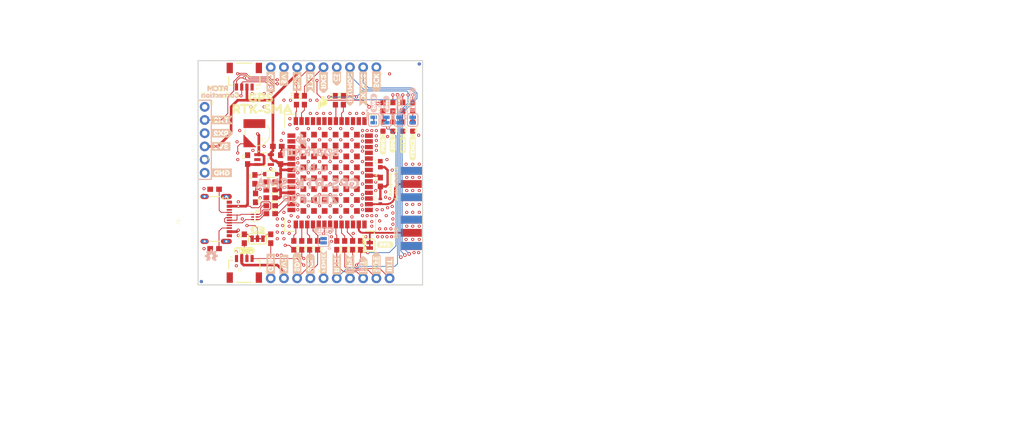
<source format=kicad_pcb>
(kicad_pcb (version 20221018) (generator pcbnew)
  (layers (0 "F.Cu" signal) (1 "In1.Cu" signal) (2 "In2.Cu" signal) (31 "B.Cu" signal) (34 "B.Paste" user) (35 "F.Paste" user) (36 "B.SilkS" user "B.Silkscreen") (37 "F.SilkS" user "F.Silkscreen") (38 "B.Mask" user) (39 "F.Mask" user) (44 "Edge.Cuts" user))
  (net 0 "")
  (net 1 "3.3V")
  (net 2 "GND")
  (net 3 "SCL/SCK")
  (net 4 "SDA/~{CS}")
  (net 5 "~{RESET}")
  (net 6 "TXLV")
  (net 7 "RXLV")
  (net 8 "BACKUP")
  (net 9 "INT")
  (net 10 "PPS_STAT")
  (net 11 "N$5")
  (net 12 "N$8")
  (net 13 "N$2")
  (net 14 "N$4")
  (net 15 "N$6")
  (net 16 "SDA_LV")
  (net 17 "SCL_LV")
  (net 18 "~{SAFE}")
  (net 19 "RXI/MOSI")
  (net 20 "TXO/MISO")
  (net 21 "GPS_ANT1")
  (net 22 "N$10")
  (net 23 "5V")
  (net 24 "N$11")
  (net 25 "N$12")
  (net 26 "D_SEL")
  (net 27 "RTK_STAT")
  (net 28 "FENCE_STAT")
  (net 29 "N$1")
  (net 30 "N$3")
  (net 31 "N$7")
  (net 32 "N$9")
  (net 33 "N$13")
  (net 34 "ANT_VCC")
  (net 35 "D+")
  (net 36 "D-")
  (net 37 "TX2")
  (net 38 "RX2")
  (net 39 "CC1")
  (net 40 "CC2")
  (net 41 "UNP_D+")
  (net 42 "UNP_D-")
  (net 43 "TX2_P")
  (net 44 "N$14")
  (net 45 "N$15")
  (net 46 "N$16")
  (net 47 "PPS")
  (net 48 "N$18")
  (net 49 "N$19")
  (net 50 "N$20")
  (net 51 "N$21")
  (net 52 "N$17")
  (footprint "0603" (layer "F.Cu") (at 153.3271 91.0336 90)
    (fp_text reference "R24")
    (fp_text value "33")
  )
  (footprint "TX21" (layer "F.Cu") (at 148.5011 89.7636 90)
    (fp_text reference "U$50" hide)
    (fp_text value "" hide)
  )
  (footprint "STAND-OFF" (layer "F.Cu") (at 129.4511 124.0536 90)
    (fp_text reference "JP31" hide)
    (fp_text value "STAND-OFF" hide)
  )
  (footprint "0603" (layer "F.Cu") (at 140.8811 109.8296)
    (fp_text reference "R15")
    (fp_text value "100k")
  )
  (footprint "FENCE2" (layer "F.Cu") (at 168.1861 102.7176 90)
    (fp_text reference "U$11" hide)
    (fp_text value "" hide)
  )
  (footprint "SMT-JUMPER_2_NC_TRACE_SILK" (layer "F.Cu") (at 159.9311 118.9736 90)
    (fp_text reference "PPS0")
    (fp_text value "")
  )
  (footprint "STAND-OFF" (layer "F.Cu") (at 129.4511 85.9536 90)
    (fp_text reference "JP41" hide)
    (fp_text value "STAND-OFF" hide)
  )
  (footprint "TX#MISO1" (layer "F.Cu") (at 158.6611 92.3036 90)
    (fp_text reference "U$34" hide)
    (fp_text value "" hide)
  )
  (footprint "USB-C-16P-2LAYER-PADS" (layer "F.Cu") (at 133.2611 113.8936 -90)
    (fp_text reference "J5")
    (fp_text value "")
  )
  (footprint "#RST3" (layer "F.Cu") (at 158.6611 125.1966 90)
    (fp_text reference "U$35" hide)
    (fp_text value "" hide)
  )
  (footprint "RTK1" (layer "F.Cu") (at 166.2811 101.3206 90)
    (fp_text reference "U$13" hide)
    (fp_text value "" hide)
  )
  (footprint "0603" (layer "F.Cu") (at 140.8811 112.8776)
    (fp_text reference "R9")
    (fp_text value "27")
  )
  (footprint "SOT23-5" (layer "F.Cu") (at 139.6111 102.4636 -90)
    (fp_text reference "U2")
    (fp_text value "3.3V")
  )
  (footprint "0603" (layer "F.Cu") (at 140.8811 106.7816 180)
    (fp_text reference "C2")
    (fp_text value "1.0uF")
  )
  (footprint "GND-04" (layer "F.Cu") (at 140.8811 124.9426 90)
    (fp_text reference "U$8" hide)
    (fp_text value "" hide)
  )
  (footprint "0603" (layer "F.Cu") (at 148.3741 118.9736 -90)
    (fp_text reference "R2")
    (fp_text value "33")
  )
  (footprint "ZED-F9P" (layer "F.Cu") (at 152.3111 105.0036 90)
    (fp_text reference "U3")
    (fp_text value "ZED-F9P")
  )
  (footprint "SCL-[)" (layer "F.Cu") (at 148.5011 124.9426 90)
    (fp_text reference "U$3" hide)
    (fp_text value "" hide)
  )
  (footprint "ORDERING_INSTRUCTIONS" (layer "F.Cu") (at 184.0611 71.9836)
    (fp_text reference "U$2" hide)
    (fp_text value "SPECIAL_INSTRUCTIONS-ORDERING" hide)
  )
  (footprint "0603" (layer "F.Cu") (at 140.8811 117.7036 90)
    (fp_text reference "R7")
    (fp_text value "2.2k")
  )
  (footprint "0603" (layer "F.Cu") (at 153.5811 118.9736 -90)
    (fp_text reference "R19")
    (fp_text value "33")
  )
  (footprint "0603" (layer "F.Cu") (at 149.8981 118.9736 -90)
    (fp_text reference "R4")
    (fp_text value "33")
  )
  (footprint "1X06_NO_SILK" (layer "F.Cu") (at 128.1811 92.3036 -90)
    (fp_text reference "J1")
    (fp_text value "Radio")
  )
  (footprint "RX20" (layer "F.Cu") (at 151.0411 89.7636 90)
    (fp_text reference "U$21" hide)
    (fp_text value "" hide)
  )
  (footprint "0603" (layer "F.Cu") (at 142.7861 102.4636 -90)
    (fp_text reference "C5")
    (fp_text value "0.1uF")
  )
  (footprint "0402_MURATA" (layer "F.Cu") (at 161.9631 110.4646 90)
    (fp_text reference "FB1" hide)
    (fp_text value "120NH" hide)
  )
  (footprint "LED-0603" (layer "F.Cu") (at 166.2811 96.1136 -90)
    (fp_text reference "D3")
    (fp_text value "GREEN")
  )
  (footprint "RTK#SMA4" (layer "F.Cu") (at 131.8641 92.6846)
    (fp_text reference "U$73" hide)
    (fp_text value "" hide)
  )
  (footprint "0402" (layer "F.Cu") (at 161.9631 103.3526 90)
    (fp_text reference "C1")
    (fp_text value "47pF")
  )
  (footprint "0603" (layer "F.Cu") (at 136.4361 102.4636 90)
    (fp_text reference "C6")
    (fp_text value "1.0uF")
  )
  (footprint "RX22" (layer "F.Cu") (at 128.9431 97.3836)
    (fp_text reference "U$42" hide)
    (fp_text value "" hide)
  )
  (footprint "0603" (layer "F.Cu") (at 147.3581 91.0336 90)
    (fp_text reference "R22")
    (fp_text value "33")
  )
  (footprint "0603" (layer "F.Cu") (at 130.0861 108.1786)
    (fp_text reference "R17")
    (fp_text value "5.1k")
  )
  (footprint "GND-04" (layer "F.Cu") (at 140.8811 89.8906 90)
    (fp_text reference "U$63" hide)
    (fp_text value "" hide)
  )
  (footprint "TX23" (layer "F.Cu") (at 128.9431 94.8436)
    (fp_text reference "U$51" hide)
    (fp_text value "" hide)
  )
  (footprint "0603" (layer "F.Cu") (at 140.8811 111.3536)
    (fp_text reference "R10")
    (fp_text value "27")
  )
  (footprint "0603" (layer "F.Cu") (at 155.1051 118.9736 -90)
    (fp_text reference "R20")
    (fp_text value "33")
  )
  (footprint "LED-0603" (layer "F.Cu") (at 164.3761 96.1136 -90)
    (fp_text reference "D1")
    (fp_text value "Yellow")
  )
  (footprint "#SAFE1" (layer "F.Cu") (at 161.2011 125.1966 90)
    (fp_text reference "U$39" hide)
    (fp_text value "" hide)
  )
  (footprint "0603" (layer "F.Cu") (at 130.0861 119.6086)
    (fp_text reference "R16")
    (fp_text value "5.1k")
  )
  (footprint "0603" (layer "F.Cu") (at 146.8501 118.9736 -90)
    (fp_text reference "R6")
    (fp_text value "33")
  )
  (footprint "PWR-()-03" (layer "F.Cu") (at 162.4711 101.5746 90)
    (fp_text reference "U$18" hide)
    (fp_text value "" hide)
  )
  (footprint "SCK-(]-04" (layer "F.Cu") (at 161.2011 89.5096 90)
    (fp_text reference "U$38" hide)
    (fp_text value "" hide)
  )
  (footprint "0603" (layer "F.Cu") (at 145.3261 118.9736 -90)
    (fp_text reference "R3")
    (fp_text value "33")
  )
  (footprint "SOT886" (layer "F.Cu") (at 137.8331 113.5126)
    (fp_text reference "D6")
    (fp_text value "PRTR5V0U2F")
  )
  (footprint "SMA-EDGE" (layer "F.Cu") (at 167.9321 116.5606 -90)
    (fp_text reference "E2" hide)
    (fp_text value "SMA" hide)
  )
  (footprint "0603" (layer "F.Cu") (at 168.1861 92.3036 90)
    (fp_text reference "R13")
    (fp_text value "1k")
  )
  (footprint "CS#-_]" (layer "F.Cu") (at 153.5811 88.4936 90)
    (fp_text reference "U$23" hide)
    (fp_text value "" hide)
  )
  (footprint "CREATIVE_COMMONS" (layer "F.Cu") (at 109.1311 153.2636)
    (fp_text reference "FRAME2" hide)
    (fp_text value "FRAME-LEDGER" hide)
  )
  (footprint "0603" (layer "F.Cu") (at 162.4711 92.3036 90)
    (fp_text reference "R1")
    (fp_text value "1k")
  )
  (footprint "SDA-[)" (layer "F.Cu") (at 145.9611 124.9426 90)
    (fp_text reference "U$1" hide)
    (fp_text value "" hide)
  )
  (footprint "SFE_LOGO_FLAME_.1" (layer "F.Cu") (at 150.9141 91.5416)
    (fp_text reference "U$33" hide)
    (fp_text value "" hide)
  )
  (footprint "5V" (layer "F.Cu") (at 143.4211 88.7476 90)
    (fp_text reference "U$19" hide)
    (fp_text value "" hide)
  )
  (footprint "PPS5" (layer "F.Cu") (at 156.1211 124.9426 90)
    (fp_text reference "U$43" hide)
    (fp_text value "" hide)
  )
  (footprint "0603" (layer "F.Cu") (at 140.8811 108.3056)
    (fp_text reference "C7")
    (fp_text value "0.1uF")
  )
  (footprint "QWIIC_4MM" (layer "F.Cu") (at 135.8011 119.9896)
    (fp_text reference "U$30" hide)
    (fp_text value "" hide)
  )
  (footprint "PPS1" (layer "F.Cu") (at 165.0111 118.3386 90)
    (fp_text reference "U$47" hide)
    (fp_text value "" hide)
  )
  (footprint "FENCE0" (layer "F.Cu") (at 151.0411 124.8156 90)
    (fp_text reference "U$14" hide)
    (fp_text value "" hide)
  )
  (footprint "0603" (layer "F.Cu") (at 158.1531 118.9736 -90)
    (fp_text reference "R21")
    (fp_text value "33")
  )
  (footprint "I_SUPER2_C-()-03" (layer "F.Cu") (at 136.9441 115.9256)
    (fp_text reference "U$10" hide)
    (fp_text value "" hide)
  )
  (footprint "0603" (layer "F.Cu") (at 164.3761 92.3036 90)
    (fp_text reference "R11")
    (fp_text value "1k")
  )
  (footprint "MICRO-FIDUCIAL" (layer "F.Cu") (at 169.4561 84.0486 90)
    (fp_text reference "JP21" hide)
    (fp_text value "FIDUCIALUFIDUCIAL" hide)
  )
  (footprint "1X09_NO_SILK" (layer "F.Cu") (at 161.2011 84.6836 180)
    (fp_text reference "J7")
    (fp_text value "")
  )
  (footprint "1X04_NO_SILK" (layer "F.Cu") (at 140.8811 125.3236)
    (fp_text reference "J3")
    (fp_text value "PTH" hide)
  )
  (footprint "GND3" (layer "F.Cu") (at 129.0701 105.0036)
    (fp_text reference "U$45" hide)
    (fp_text value "" hide)
  )
  (footprint "0603" (layer "F.Cu") (at 137.8331 106.2736 90)
    (fp_text reference "R5")
    (fp_text value "1k")
  )
  (footprint "GPS0" (layer "F.Cu") (at 134.9121 90.5256)
    (fp_text reference "U$59" hide)
    (fp_text value "" hide)
  )
  (footprint "0603" (layer "F.Cu") (at 135.8011 117.7036 90)
    (fp_text reference "R8")
    (fp_text value "2.2k")
  )
  (footprint "ANTENNA2" (layer "F.Cu") (at 163.8681 110.2106 90)
    (fp_text reference "U$71" hide)
    (fp_text value "" hide)
  )
  (footprint "JST04_1MM_RA" (layer "F.Cu") (at 135.8011 121.5136)
    (fp_text reference "J2")
    (fp_text value "Qwiic Right Angle" hide)
  )
  (footprint "PPS0" (layer "F.Cu") (at 164.3761 101.1936 90)
    (fp_text reference "U$52" hide)
    (fp_text value "" hide)
  )
  (footprint "0603" (layer "F.Cu") (at 137.9601 109.8296 -90)
    (fp_text reference "C3")
    (fp_text value "1.0uF")
  )
  (footprint "LED-0603" (layer "F.Cu") (at 168.1861 96.1136 -90)
    (fp_text reference "D4")
    (fp_text value "BLUE")
  )
  (footprint "0603" (layer "F.Cu") (at 166.2811 92.3036 90)
    (fp_text reference "R12")
    (fp_text value "1k")
  )
  (footprint "3V3-04" (layer "F.Cu") (at 145.9611 89.7636 90)
    (fp_text reference "U$61" hide)
    (fp_text value "" hide)
  )
  (footprint "RX#MOSI3" (layer "F.Cu") (at 156.1211 92.1766 90)
    (fp_text reference "U$26" hide)
    (fp_text value "" hide)
  )
  (footprint "RTCM5" (layer "F.Cu") (at 127.6731 88.7476)
    (fp_text reference "U$70" hide)
    (fp_text value "" hide)
  )
  (footprint "0603" (layer "F.Cu") (at 145.8341 91.0336 90)
    (fp_text reference "R23")
    (fp_text value "33")
  )
  (footprint "PPS0" (layer "F.Cu") (at 161.2011 118.8466)
    (fp_text reference "U$72" hide)
    (fp_text value "" hide)
  )
  (footprint "STAND-OFF" (layer "F.Cu") (at 167.5511 85.9536 90)
    (fp_text reference "JP101" hide)
    (fp_text value "STAND-OFF" hide)
  )
  (footprint "0603" (layer "F.Cu") (at 154.8511 91.0336 90)
    (fp_text reference "R25")
    (fp_text value "33")
  )
  (footprint "SOD-323" (layer "F.Cu") (at 140.8811 105.2576)
    (fp_text reference "D2")
    (fp_text value "0.5A/40V/420mV")
  )
  (footprint "LED-0603" (layer "F.Cu") (at 162.4711 96.1136 -90)
    (fp_text reference "LED2")
    (fp_text value "RED")
  )
  (footprint "STAND-OFF" (layer "F.Cu") (at 167.5511 124.0536 90)
    (fp_text reference "JP91" hide)
    (fp_text value "STAND-OFF" hide)
  )
  (footprint "RTK1" (layer "F.Cu") (at 153.5811 125.0696 90)
    (fp_text reference "U$29" hide)
    (fp_text value "" hide)
  )
  (footprint "MICRO-FIDUCIAL" (layer "F.Cu") (at 127.5461 125.9586 90)
    (fp_text reference "JP61" hide)
    (fp_text value "FIDUCIALUFIDUCIAL" hide)
  )
  (footprint "SMA-EDGE" (layer "F.Cu") (at 167.9321 107.1626 -90)
    (fp_text reference "E1" hide)
    (fp_text value "SMA" hide)
  )
  (footprint "3V3-04" (layer "F.Cu") (at 143.4211 124.9426 90)
    (fp_text reference "U$6" hide)
    (fp_text value "" hide)
  )
  (footprint "1X06_NO_SILK" (layer "F.Cu") (at 151.0411 125.3236)
    (fp_text reference "J6")
    (fp_text value "")
  )
  (footprint "3V3-04" (layer "F.Cu") (at 128.9431 99.9236)
    (fp_text reference "U$66" hide)
    (fp_text value "" hide)
  )
  (footprint "0603" (layer "F.Cu") (at 156.6291 118.9736 -90)
    (fp_text reference "R18")
    (fp_text value "33")
  )
  (footprint "SMT-JUMPER_3_2-NC_TRACE_SILK" (layer "F.Cu") (at 138.3411 117.7036)
    (fp_text reference "JP5")
    (fp_text value "")
  )
  (footprint "ML414H_IV01E" (layer "F.Cu") (at 138.3411 97.3836 180)
    (fp_text reference "B1")
    (fp_text value "6.8MM_COIN_CELL" hide)
  )
  (footprint "ACTIVE_L1#L21" (layer "F.Cu") (at 165.0111 111.0996 90)
    (fp_text reference "U$65" hide)
    (fp_text value "" hide)
  )
  (footprint "INT8" (layer "F.Cu") (at 163.7411 124.9426 90)
    (fp_text reference "U$15" hide)
    (fp_text value "" hide)
  )
  (footprint "CORRECTION0" (layer "F.Cu") (at 126.5301 90.0176)
    (fp_text reference "U$69" hide)
    (fp_text value "" hide)
  )
  (footprint "0603" (layer "F.Cu") (at 161.9631 106.7816 90)
    (fp_text reference "R14")
    (fp_text value "33")
  )
  (footprint "JST04_1MM_RA" (layer "F.Cu") (at 135.8011 88.4936 180)
    (fp_text reference "J4")
    (fp_text value "Qwiic Right Angle" hide)
  )
  (footprint "0603" (layer "F.Cu") (at 142.1511 99.9236)
    (fp_text reference "C4")
    (fp_text value "1.0uF")
  )
  (footprint "CORRECTION0" (layer "B.Cu") (at 135.8011 90.0176 180)
    (fp_text reference "U$53" hide)
    (fp_text value "" hide)
  )
  (footprint "PWR-()-03" (layer "B.Cu") (at 160.6931 93.4466 90)
    (fp_text reference "U$12" hide)
    (fp_text value "" hide)
  )
  (footprint "RX#MOSI3" (layer "B.Cu") (at 156.1211 92.1766 90)
    (fp_text reference "U$31" hide)
    (fp_text value "" hide)
  )
  (footprint "3V3-04" (layer "B.Cu") (at 143.4211 124.9426 90)
    (fp_text reference "U$7" hide)
    (fp_text value "" hide)
  )
  (footprint "SMT-JUMPER_2_NO_SILK" (layer "B.Cu") (at 151.0411 118.0846 90)
    (fp_text reference "SPI0")
    (fp_text value "")
  )
  (footprint "PPS5" (layer "B.Cu") (at 156.1211 124.9426 90)
    (fp_text reference "U$44" hide)
    (fp_text value "" hide)
  )
  (footprint "RX20" (layer "B.Cu") (at 151.0411 89.7636 90)
    (fp_text reference "U$56" hide)
    (fp_text value "" hide)
  )
  (footprint "FENCE2" (layer "B.Cu") (at 168.1861 93.4466 90)
    (fp_text reference "U$54" hide)
    (fp_text value "" hide)
  )
  (footprint "RTK1" (layer "B.Cu") (at 153.5811 125.0696 90)
    (fp_text reference "U$28" hide)
    (fp_text value "" hide)
  )
  (footprint "MICRO-FIDUCIAL" (layer "B.Cu") (at 127.5461 125.9586 -90)
    (fp_text reference "JP81" hide)
    (fp_text value "FIDUCIALUFIDUCIAL" hide)
  )
  (footprint "PPS0" (layer "B.Cu") (at 163.1061 93.4466 90)
    (fp_text reference "U$25" hide)
    (fp_text value "" hide)
  )
  (footprint "RTK1" (layer "B.Cu") (at 165.6461 93.4466 90)
    (fp_text reference "U$32" hide)
    (fp_text value "" hide)
  )
  (footprint "SMT-JUMPER_2_NC_TRACE_SILK" (layer "B.Cu") (at 168.1861 94.8436 -90)
    (fp_text reference "FENCE0")
    (fp_text value "")
  )
  (footprint "SMT-JUMPER_2_NC_TRACE_SILK" (layer "B.Cu") (at 163.1061 94.8436 -90)
    (fp_text reference "PPS_LED0")
    (fp_text value "")
  )
  (footprint "SDA-[)" (layer "B.Cu") (at 145.9611 124.9426 90)
    (fp_text reference "U$4" hide)
    (fp_text value "" hide)
  )
  (footprint "TX21" (layer "B.Cu") (at 148.5011 89.7636 90)
    (fp_text reference "U$55" hide)
    (fp_text value "" hide)
  )
  (footprint "#RST3" (layer "B.Cu") (at 158.6611 125.1966 90)
    (fp_text reference "U$36" hide)
    (fp_text value "" hide)
  )
  (footprint "SFE_LOGO_NAME_FLAME_.1" (layer "B.Cu") (at 148.5011 101.1936 180)
    (fp_text reference "LOGO2" hide)
    (fp_text value "SFE_LOGO_NAME_FLAME.1_INCH" hide)
  )
  (footprint "CS#-_]" (layer "B.Cu") (at 153.5811 88.4936 90)
    (fp_text reference "U$24" hide)
    (fp_text value "" hide)
  )
  (footprint "RX20" (layer "B.Cu") (at 133.6421 97.3836 180)
    (fp_text reference "U$58" hide)
    (fp_text value "" hide)
  )
  (footprint "U#BLOX3" (layer "B.Cu") (at 153.0731 103.9876 180)
    (fp_text reference "U$22" hide)
    (fp_text value "" hide)
  )
  (footprint "SCL-[)" (layer "B.Cu") (at 148.5011 124.9426 90)
    (fp_text reference "U$5" hide)
    (fp_text value "" hide)
  )
  (footprint "RTCM5" (layer "B.Cu") (at 133.6421 88.7476 180)
    (fp_text reference "U$48" hide)
    (fp_text value "" hide)
  )
  (footprint "TX#MISO1" (layer "B.Cu") (at 158.6611 92.3036 90)
    (fp_text reference "U$37" hide)
    (fp_text value "" hide)
  )
  (footprint "5V" (layer "B.Cu") (at 143.4211 88.7476 90)
    (fp_text reference "U$20" hide)
    (fp_text value "" hide)
  )
  (footprint "TX21" (layer "B.Cu") (at 133.7691 94.8436 180)
    (fp_text reference "U$57" hide)
    (fp_text value "" hide)
  )
  (footprint "SCK-(]-04" (layer "B.Cu") (at 161.2011 89.5096 90)
    (fp_text reference "U$41" hide)
    (fp_text value "" hide)
  )
  (footprint "GND-04" (layer "B.Cu") (at 140.8811 124.9426 90)
    (fp_text reference "U$9" hide)
    (fp_text value "" hide)
  )
  (footprint "GND-04" (layer "B.Cu") (at 140.8811 89.8906 90)
    (fp_text reference "U$62" hide)
    (fp_text value "" hide)
  )
  (footprint "#SAFE1" (layer "B.Cu") (at 161.2011 125.1966 90)
    (fp_text reference "U$40" hide)
    (fp_text value "" hide)
  )
  (footprint "FENCE0" (layer "B.Cu") (at 151.0411 124.8156 90)
    (fp_text reference "U$17" hide)
    (fp_text value "" hide)
  )
  (footprint "INT8" (layer "B.Cu") (at 163.7411 124.9426 90)
    (fp_text reference "U$16" hide)
    (fp_text value "" hide)
  )
  (footprint "MICRO-FIDUCIAL" (layer "B.Cu") (at 169.4561 84.0486 -90)
    (fp_text reference "JP71" hide)
    (fp_text value "FIDUCIALUFIDUCIAL" hide)
  )
  (footprint "GPS#RTK#SMA5" (layer "B.Cu") (at 159.8041 107.0356 180)
    (fp_text reference "U$76" hide)
    (fp_text value "" hide)
  )
  (footprint "OSHW-LOGO-MINI" (layer "B.Cu") (at 129.4511 121.0056 180)
    (fp_text reference "LOGO1" hide)
    (fp_text value "OSHW-LOGOMINI" hide)
  )
  (footprint "3V3-04" (layer "B.Cu") (at 145.9611 89.7636 90)
    (fp_text reference "U$60" hide)
    (fp_text value "" hide)
  )
  (footprint "SMT-JUMPER_2_NC_TRACE_SILK" (layer "B.Cu") (at 165.6461 94.8436 -90)
    (fp_text reference "RTK0")
    (fp_text value "")
  )
  (footprint "GND3" (layer "B.Cu") (at 133.8961 105.0036 180)
    (fp_text reference "U$68" hide)
    (fp_text value "" hide)
  )
  (footprint "PPS1" (layer "B.Cu") (at 165.0111 114.7826 -90)
    (fp_text reference "U$74" hide)
    (fp_text value "" hide)
  )
  (footprint "3V3-04" (layer "B.Cu") (at 133.6421 99.9236 180)
    (fp_text reference "U$67" hide)
    (fp_text value "" hide)
  )
  (footprint "ZED#F9P6" (layer "B.Cu") (at 155.3591 110.0836 180)
    (fp_text reference "U$49" hide)
    (fp_text value "" hide)
  )
  (footprint "DSEL0" (layer "B.Cu") (at 153.0731 116.0526 180)
    (fp_text reference "U$27" hide)
    (fp_text value "" hide)
  )
  (footprint "SMT-JUMPER_2_NC_TRACE_SILK" (layer "B.Cu") (at 160.6931 94.8436 -90)
    (fp_text reference "PWR0")
    (fp_text value "")
  )
  (footprint "ANTENNA2" (layer "B.Cu") (at 165.0111 104.2416 -90)
    (fp_text reference "U$75" hide)
    (fp_text value "" hide)
  )
  (gr_line (start 129.4511 106.2736) (end 126.9111 106.2736) (stroke (width 0.2032)) (layer "B.SilkS"))
  (gr_line (start 126.9111 91.0336) (end 129.4511 91.0336) (stroke (width 0.2032)) (layer "B.SilkS"))
  (gr_line (start 129.4511 91.0336) (end 129.4511 106.2736) (stroke (width 0.2032)) (layer "B.SilkS"))
  (gr_line (start 126.9111 91.0336) (end 129.4511 91.0336) (stroke (width 0.2032)) (layer "F.SilkS"))
  (gr_line (start 129.4511 106.2736) (end 126.9111 106.2736) (stroke (width 0.2032)) (layer "F.SilkS"))
  (gr_line (start 129.4511 91.0336) (end 129.4511 106.2736) (stroke (width 0.2032)) (layer "F.SilkS"))
  (gr_line (start 126.9111 83.4136) (end 170.0911 83.4136) (stroke (width 0.2032)) (layer "Edge.Cuts"))
  (gr_line (start 170.0911 83.4136) (end 170.0911 126.5936) (stroke (width 0.2032)) (layer "Edge.Cuts"))
  (gr_line (start 170.0911 126.5936) (end 126.9111 126.5936) (stroke (width 0.2032)) (layer "Edge.Cuts"))
  (gr_line (start 126.9111 126.5936) (end 126.9111 83.4136) (stroke (width 0.2032)) (layer "Edge.Cuts"))
  (segment (start 159.8041 92.1766) (end 159.8041 92.3036) (width 0.1524) (layer "F.Cu") (net 1))
  (segment (start 136.4361 91.0336) (end 141.3011 91.0336) (width 0.508) (layer "F.Cu") (net 1))
  (segment (start 141.7311 109.8296) (end 142.5321 109.8296) (width 0.508) (layer "F.Cu") (net 1))
  (segment (start 141.3891 102.7176) (end 141.8971 102.7176) (width 0.508) (layer "F.Cu") (net 1))
  (segment (start 141.3011 99.9236) (end 141.3011 91.0336) (width 0.508) (layer "F.Cu") (net 1))
  (segment (start 140.9112 101.5136) (end 140.9112 101.1635) (width 0.508) (layer "F.Cu") (net 1))
  (segment (start 142.7861 108.3056) (end 142.7861 106.7816) (width 0.508) (layer "F.Cu") (net 1))
  (segment (start 142.7861 109.5756) (end 142.7861 108.8136) (width 0.508) (layer "F.Cu") (net 1))
  (segment (start 141.7311 108.3056) (end 142.7861 108.3056) (width 0.508) (layer "F.Cu") (net 1))
  (segment (start 134.5311 91.0336) (end 136.4361 91.0336) (width 0.508) (layer "F.Cu") (net 1))
  (segment (start 141.3011 90.6136) (end 145.9611 85.9536) (width 0.508) (layer "F.Cu") (net 1))
  (segment (start 144.8611 104.4536) (end 142.8281 104.4536) (width 0.508) (layer "F.Cu") (net 1))
  (segment (start 143.4211 125.3236) (end 143.4211 124.0536) (width 0.508) (layer "F.Cu") (net 1))
  (segment (start 158.6611 91.0336) (end 159.8041 92.1766) (width 0.1524) (layer "F.Cu") (net 1))
  (segment (start 130.7211 99.9236) (end 133.2611 97.3836) (width 0.508) (layer "F.Cu") (net 1))
  (segment (start 143.4211 124.0536) (end 142.1511 122.7836) (width 0.508) (layer "F.Cu") (net 1))
  (segment (start 140.9112 101.1635) (end 141.3011 100.7736) (width 0.508) (layer "F.Cu") (net 1))
  (segment (start 144.8611 108.8536) (end 142.8261 108.8536) (width 0.508) (layer "F.Cu") (net 1))
  (segment (start 142.7861 105.2156) (end 142.0311 105.2156) (width 0.508) (layer "F.Cu") (net 1))
  (segment (start 144.8611 103.3536) (end 142.8261 103.3536) (width 0.508) (layer "F.Cu") (net 1))
  (segment (start 141.3011 100.7736) (end 141.3011 99.9236) (width 0.508) (layer "F.Cu") (net 1))
  (segment (start 135.6741 122.7836) (end 135.3011 122.4106) (width 0.508) (layer "F.Cu") (net 1))
  (segment (start 136.3011 90.8986) (end 136.4361 91.0336) (width 0.508) (layer "F.Cu") (net 1))
  (segment (start 138.3411 117.7036) (end 138.3411 115.6716) (width 0.1524) (layer "F.Cu") (net 1))
  (segment (start 142.8261 108.8536) (end 142.7861 108.8136) (width 0.508) (layer "F.Cu") (net 1))
  (segment (start 149.7711 89.7636) (end 149.7711 87.2236) (width 0.1524) (layer "F.Cu") (net 1))
  (segment (start 142.8281 104.4536) (end 142.7861 104.4956) (width 0.508) (layer "F.Cu") (net 1))
  (segment (start 151.0411 91.0336) (end 158.6611 91.0336) (width 0.1524) (layer "F.Cu") (net 1))
  (segment (start 140.9112 102.2397) (end 141.3891 102.7176) (width 0.508) (layer "F.Cu") (net 1))
  (segment (start 145.9611 85.9536) (end 145.9611 84.6836) (width 0.508) (layer "F.Cu") (net 1))
  (segment (start 133.2611 97.3836) (end 133.2611 92.3036) (width 0.508) (layer "F.Cu") (net 1))
  (segment (start 142.7861 108.8136) (end 142.7861 108.3056) (width 0.508) (layer "F.Cu") (net 1))
  (segment (start 133.2611 92.3036) (end 134.5311 91.0336) (width 0.508) (layer "F.Cu") (net 1))
  (segment (start 141.7311 106.7816) (end 142.7861 106.7816) (width 0.508) (layer "F.Cu") (net 1))
  (segment (start 142.7861 104.4956) (end 142.7861 103.3136) (width 0.508) (layer "F.Cu") (net 1))
  (segment (start 142.5321 109.8296) (end 142.7861 109.5756) (width 0.508) (layer "F.Cu") (net 1))
  (segment (start 142.4931 103.3136) (end 142.7861 103.3136) (width 0.508) (layer "F.Cu") (net 1))
  (segment (start 135.3011 122.4106) (end 135.3011 121.5136) (width 0.508) (layer "F.Cu") (net 1))
  (segment (start 142.0311 105.2156) (end 142.0311 105.2576) (width 0.508) (layer "F.Cu") (net 1))
  (segment (start 142.1511 122.7836) (end 135.6741 122.7836) (width 0.508) (layer "F.Cu") (net 1))
  (segment (start 142.7861 105.2156) (end 142.7861 104.4956) (width 0.508) (layer "F.Cu") (net 1))
  (segment (start 142.8261 103.3536) (end 142.7861 103.3136) (width 0.508) (layer "F.Cu") (net 1))
  (segment (start 142.7861 106.7816) (end 142.7861 105.2156) (width 0.508) (layer "F.Cu") (net 1))
  (segment (start 138.3411 115.6716) (end 137.8331 115.1636) (width 0.1524) (layer "F.Cu") (net 1))
  (segment (start 151.0411 91.0336) (end 149.7711 89.7636) (width 0.1524) (layer "F.Cu") (net 1))
  (segment (start 141.8971 102.7176) (end 142.4931 103.3136) (width 0.508) (layer "F.Cu") (net 1))
  (segment (start 135.3011 120.2516) (end 135.1661 120.1166) (width 0.508) (layer "F.Cu") (net 1))
  (segment (start 128.1811 99.9236) (end 130.7211 99.9236) (width 0.508) (layer "F.Cu") (net 1))
  (segment (start 141.3011 91.0336) (end 141.3011 90.6136) (width 0.508) (layer "F.Cu") (net 1))
  (segment (start 140.9112 101.5136) (end 140.9112 102.2397) (width 0.508) (layer "F.Cu") (net 1))
  (segment (start 136.3011 88.4936) (end 136.3011 90.8986) (width 0.508) (layer "F.Cu") (net 1))
  (segment (start 137.8331 115.1636) (end 136.3091 115.1636) (width 0.1524) (layer "F.Cu") (net 1))
  (segment (start 135.3011 121.5136) (end 135.3011 120.2516) (width 0.508) (layer "F.Cu") (net 1))
  (via blind (at 149.7711 87.2236) (size 0.6096) (drill 0.3048) (layers "F.Cu" "In1.Cu") (net 1))
  (via blind (at 136.3091 115.1636) (size 0.6096) (drill 0.3048) (layers "F.Cu" "In1.Cu") (net 1))
  (via blind (at 159.8041 92.3036) (size 0.6858) (drill 0.381) (layers "F.Cu" "In1.Cu") (net 1))
  (via blind (at 135.1661 120.1166) (size 0.6096) (drill 0.3048) (layers "F.Cu" "In1.Cu") (net 1))
  (segment (start 143.0011 99.9236) (end 143.0011 100.6366) (width 0.3048) (layer "F.Cu") (net 2))
  (segment (start 143.0011 100.6366) (end 142.7861 100.8516) (width 0.3048) (layer "F.Cu") (net 2))
  (segment (start 142.7861 100.8516) (end 142.7861 101.6136) (width 0.3048) (layer "F.Cu") (net 2))
  (via blind (at 161.2011 97.8916) (size 0.6096) (drill 0.3048) (layers "F.Cu" "In1.Cu") (net 2))
  (via blind (at 154.3431 111.3536) (size 0.6096) (drill 0.3048) (layers "F.Cu" "In1.Cu") (net 2))
  (via blind (at 158.5341 98.9076) (size 0.6096) (drill 0.3048) (layers "F.Cu" "In1.Cu") (net 2))
  (via blind (at 156.5021 109.1946) (size 0.6096) (drill 0.3048) (layers "F.Cu" "In1.Cu") (net 2))
  (via blind (at 148.1201 113.5126) (size 0.6096) (drill 0.3048) (layers "F.Cu" "In1.Cu") (net 2))
  (via blind (at 169.4561 115.2906) (size 0.6096) (drill 0.3048) (layers "F.Cu" "In1.Cu") (net 2))
  (via blind (at 137.0711 92.3036) (size 0.6096) (drill 0.3048) (layers "F.Cu" "In1.Cu") (net 2))
  (via blind (at 154.3431 105.0036) (size 0.6096) (drill 0.3048) (layers "F.Cu" "In1.Cu") (net 2))
  (via blind (at 169.4561 105.8926) (size 0.6096) (drill 0.3048) (layers "F.Cu" "In1.Cu") (net 2))
  (via blind (at 158.5341 105.0036) (size 0.6096) (drill 0.3048) (layers "F.Cu" "In1.Cu") (net 2))
  (via blind (at 156.5021 111.3536) (size 0.6096) (drill 0.3048) (layers "F.Cu" "In1.Cu") (net 2))
  (via blind (at 128.0541 108.0516) (size 0.6096) (drill 0.3048) (layers "F.Cu" "In1.Cu") (net 2))
  (via blind (at 161.2011 98.7806) (size 0.6096) (drill 0.3048) (layers "F.Cu" "In1.Cu") (net 2))
  (via blind (at 156.5021 96.4946) (size 0.6096) (drill 0.3048) (layers "F.Cu" "In1.Cu") (net 2))
  (via blind (at 169.4561 111.0996) (size 0.6096) (drill 0.3048) (layers "F.Cu" "In1.Cu") (net 2))
  (via blind (at 150.2791 102.8446) (size 0.6096) (drill 0.3048) (layers "F.Cu" "In1.Cu") (net 2))
  (via blind (at 168.1861 103.3526) (size 0.6096) (drill 0.3048) (layers "F.Cu" "In1.Cu") (net 2))
  (via blind (at 156.5021 100.8126) (size 0.6096) (drill 0.3048) (layers "F.Cu" "In1.Cu") (net 2))
  (via blind (at 149.7711 91.0336) (size 0.6096) (drill 0.3048) (layers "F.Cu" "In1.Cu") (net 2))
  (via blind (at 161.4551 117.3226) (size 0.6096) (drill 0.3048) (layers "F.Cu" "In1.Cu") (net 2))
  (via blind (at 137.3251 89.7636) (size 0.6096) (drill 0.3048) (layers "F.Cu" "In1.Cu") (net 2))
  (via blind (at 134.9121 96.8756) (size 0.6096) (drill 0.3048) (layers "F.Cu" "In1.Cu") (net 2))
  (via blind (at 142.1511 117.7036) (size 0.6096) (drill 0.3048) (layers "F.Cu" "In1.Cu") (net 2))
  (via blind (at 148.1201 100.8126) (size 0.6096) (drill 0.3048) (layers "F.Cu" "In1.Cu") (net 2))
  (via blind (at 168.1861 117.8306) (size 0.6096) (drill 0.3048) (layers "F.Cu" "In1.Cu") (net 2))
  (via blind (at 152.3111 107.1626) (size 0.6096) (drill 0.3048) (layers "F.Cu" "In1.Cu") (net 2))
  (via blind (at 161.3281 112.1156) (size 0.6096) (drill 0.3048) (layers "F.Cu" "In1.Cu") (net 2))
  (via blind (at 158.5341 109.1946) (size 0.6096) (drill 0.3048) (layers "F.Cu" "In1.Cu") (net 2))
  (via blind (at 152.5651 117.3226) (size 0.6096) (drill 0.3048) (layers "F.Cu" "In1.Cu") (net 2))
  (via blind (at 156.5021 102.8446) (size 0.6096) (drill 0.3048) (layers "F.Cu" "In1.Cu") (net 2))
  (via blind (at 143.4211 112.6236) (size 0.6096) (drill 0.3048) (layers "F.Cu" "In1.Cu") (net 2))
  (via blind (at 164.1221 117.3226) (size 0.6096) (drill 0.3048) (layers "F.Cu" "In1.Cu") (net 2))
  (via blind (at 159.4231 96.8756) (size 0.6096) (drill 0.3048) (layers "F.Cu" "In1.Cu") (net 2))
  (via blind (at 135.4201 113.8936) (size 0.6096) (drill 0.3048) (layers "F.Cu" "In1.Cu") (net 2))
  (via blind (at 134.2771 120.2436) (size 0.6096) (drill 0.3048) (layers "F.Cu" "In1.Cu") (net 2))
  (via blind (at 154.3431 113.5126) (size 0.6096) (drill 0.3048) (layers "F.Cu" "In1.Cu") (net 2))
  (via blind (at 158.5341 100.8126) (size 0.6096) (drill 0.3048) (layers "F.Cu" "In1.Cu") (net 2))
  (via blind (at 158.5341 107.1626) (size 0.6096) (drill 0.3048) (layers "F.Cu" "In1.Cu") (net 2))
  (via blind (at 159.1691 117.3226) (size 0.6096) (drill 0.3048) (layers "F.Cu" "In1.Cu") (net 2))
  (via blind (at 143.1671 113.8936) (size 0.6096) (drill 0.3048) (layers "F.Cu" "In1.Cu") (net 2))
  (via blind (at 163.3601 98.0186) (size 0.6096) (drill 0.3048) (layers "F.Cu" "In1.Cu") (net 2))
  (via blind (at 164.3761 112.7506) (size 0.6096) (drill 0.3048) (layers "F.Cu" "In1.Cu") (net 2))
  (via blind (at 168.1861 115.2906) (size 0.6096) (drill 0.3048) (layers "F.Cu" "In1.Cu") (net 2))
  (via blind (at 158.4071 111.2266) (size 0.6096) (drill 0.3048) (layers "F.Cu" "In1.Cu") (net 2))
  (via blind (at 157.3911 93.5736) (size 0.6096) (drill 0.3048) (layers "F.Cu" "In1.Cu") (net 2))
  (via blind (at 143.4211 117.7036) (size 0.6096) (drill 0.3048) (layers "F.Cu" "In1.Cu") (net 2))
  (via blind (at 134.5311 102.4636) (size 0.6096) (drill 0.3048) (layers "F.Cu" "In1.Cu") (net 2))
  (via blind (at 169.4561 108.4326) (size 0.6096) (drill 0.3048) (layers "F.Cu" "In1.Cu") (net 2))
  (via blind (at 169.4561 117.8306) (size 0.6096) (drill 0.3048) (layers "F.Cu" "In1.Cu") (net 2))
  (via blind (at 150.2791 105.0036) (size 0.6096) (drill 0.3048) (layers "F.Cu" "In1.Cu") (net 2))
  (via blind (at 156.5021 98.6536) (size 0.6096) (drill 0.3048) (layers "F.Cu" "In1.Cu") (net 2))
  (via blind (at 161.8361 115.7986) (size 0.6096) (drill 0.3048) (layers "F.Cu" "In1.Cu") (net 2))
  (via blind (at 144.6911 91.0336) (size 0.6096) (drill 0.3048) (layers "F.Cu" "In1.Cu") (net 2))
  (via blind (at 160.3121 114.4016) (size 0.6096) (drill 0.3048) (layers "F.Cu" "In1.Cu") (net 2))
  (via blind (at 166.9161 103.3526) (size 0.6096) (drill 0.3048) (layers "F.Cu" "In1.Cu") (net 2))
  (via blind (at 152.3111 109.1946) (size 0.6096) (drill 0.3048) (layers "F.Cu" "In1.Cu") (net 2))
  (via blind (at 162.9791 109.7026) (size 0.6096) (drill 0.3048) (layers "F.Cu" "In1.Cu") (net 2))
  (via blind (at 158.5341 113.2586) (size 0.6096) (drill 0.3048) (layers "F.Cu" "In1.Cu") (net 2))
  (via blind (at 161.0741 106.7816) (size 0.6096) (drill 0.3048) (layers "F.Cu" "In1.Cu") (net 2))
  (via blind (at 128.0541 119.6086) (size 0.6096) (drill 0.3048) (layers "F.Cu" "In1.Cu") (net 2))
  (via blind (at 158.5341 112.1156) (size 0.6096) (drill 0.3048) (layers "F.Cu" "In1.Cu") (net 2))
  (via blind (at 142.1511 120.8786) (size 0.6096) (drill 0.3048) (layers "F.Cu" "In1.Cu") (net 2))
  (via blind (at 158.5341 102.8446) (size 0.6096) (drill 0.3048) (layers "F.Cu" "In1.Cu") (net 2))
  (via blind (at 139.6111 89.7636) (size 0.6096) (drill 0.3048) (layers "F.Cu" "In1.Cu") (net 2))
  (via blind (at 143.5481 107.7976) (size 0.6096) (drill 0.3048) (layers "F.Cu" "In1.Cu") (net 2))
  (via blind (at 146.0881 100.8126) (size 0.6096) (drill 0.3048) (layers "F.Cu" "In1.Cu") (net 2))
  (via blind (at 168.1861 112.6236) (size 0.6096) (drill 0.3048) (layers "F.Cu" "In1.Cu") (net 2))
  (via blind (at 146.0881 112.1156) (size 0.6096) (drill 0.3048) (layers "F.Cu" "In1.Cu") (net 2))
  (via blind (at 163.7411 109.9566) (size 0.6096) (drill 0.3048) (layers "F.Cu" "In1.Cu") (net 2))
  (via blind (at 152.3111 111.3536) (size 0.6096) (drill 0.3048) (layers "F.Cu" "In1.Cu") (net 2))
  (via blind (at 154.3431 109.1946) (size 0.6096) (drill 0.3048) (layers "F.Cu" "In1.Cu") (net 2))
  (via blind (at 143.1671 116.5606) (size 0.6096) (drill 0.3048) (layers "F.Cu" "In1.Cu") (net 2))
  (via blind (at 168.1861 105.8926) (size 0.6096) (drill 0.3048) (layers "F.Cu" "In1.Cu") (net 2))
  (via blind (at 164.2491 104.4956) (size 0.6096) (drill 0.3048) (layers "F.Cu" "In1.Cu") (net 2))
  (via blind (at 139.6111 99.9236) (size 0.6096) (drill 0.3048) (layers "F.Cu" "In1.Cu") (net 2))
  (via blind (at 164.3761 113.8936) (size 0.6096) (drill 0.3048) (layers "F.Cu" "In1.Cu") (net 2))
  (via blind (at 142.9131 120.8786) (size 0.6096) (drill 0.3048) (layers "F.Cu" "In1.Cu") (net 2))
  (via blind (at 162.3441 112.1156) (size 0.6096) (drill 0.3048) (layers "F.Cu" "In1.Cu") (net 2))
  (via blind (at 161.2011 99.7966) (size 0.6096) (drill 0.3048) (layers "F.Cu" "In1.Cu") (net 2))
  (via blind (at 161.0741 108.4326) (size 0.6096) (drill 0.3048) (layers "F.Cu" "In1.Cu") (net 2))
  (via blind (at 158.5341 97.8916) (size 0.6096) (drill 0.3048) (layers "F.Cu" "In1.Cu") (net 2))
  (via blind (at 168.4401 120.3706) (size 0.6096) (drill 0.3048) (layers "F.Cu" "In1.Cu") (net 2))
  (via blind (at 150.2791 96.4946) (size 0.6096) (drill 0.3048) (layers "F.Cu" "In1.Cu") (net 2))
  (via blind (at 143.1671 115.1636) (size 0.6096) (drill 0.3048) (layers "F.Cu" "In1.Cu") (net 2))
  (via blind (at 154.3431 100.8126) (size 0.6096) (drill 0.3048) (layers "F.Cu" "In1.Cu") (net 2))
  (via blind (at 168.1861 108.4326) (size 0.6096) (drill 0.3048) (layers "F.Cu" "In1.Cu") (net 2))
  (via blind (at 152.5651 118.2116) (size 0.6096) (drill 0.3048) (layers "F.Cu" "In1.Cu") (net 2))
  (via blind (at 163.9951 115.7986) (size 0.6096) (drill 0.3048) (layers "F.Cu" "In1.Cu") (net 2))
  (via blind (at 160.3121 113.2586) (size 0.6096) (drill 0.3048) (layers "F.Cu" "In1.Cu") (net 2))
  (via blind (at 167.0431 112.6236) (size 0.6096) (drill 0.3048) (layers "F.Cu" "In1.Cu") (net 2))
  (via blind (at 152.3111 116.4336) (size 0.6096) (drill 0.3048) (layers "F.Cu" "In1.Cu") (net 2))
  (via blind (at 142.1511 113.8936) (size 0.6096) (drill 0.3048) (layers "F.Cu" "In1.Cu") (net 2))
  (via blind (at 146.0881 107.7976) (size 0.6096) (drill 0.3048) (layers "F.Cu" "In1.Cu") (net 2))
  (via blind (at 163.3601 111.7346) (size 0.6096) (drill 0.3048) (layers "F.Cu" "In1.Cu") (net 2))
  (via blind (at 162.3441 117.3226) (size 0.6096) (drill 0.3048) (layers "F.Cu" "In1.Cu") (net 2))
  (via blind (at 144.5641 94.5896) (size 0.6096) (drill 0.3048) (layers "F.Cu" "In1.Cu") (net 2))
  (via blind (at 144.4371 114.4016) (size 0.6096) (drill 0.3048) (layers "F.Cu" "In1.Cu") (net 2))
  (via blind (at 156.5021 107.1626) (size 0.6096) (drill 0.3048) (layers "F.Cu" "In1.Cu") (net 2))
  (via blind (at 137.4521 100.6856) (size 0.6096) (drill 0.3048) (layers "F.Cu" "In1.Cu") (net 2))
  (via blind (at 146.0881 111.2266) (size 0.6096) (drill 0.3048) (layers "F.Cu" "In1.Cu") (net 2))
  (via blind (at 154.3431 102.8446) (size 0.6096) (drill 0.3048) (layers "F.Cu" "In1.Cu") (net 2))
  (via blind (at 134.6581 117.0686) (size 0.6096) (drill 0.3048) (layers "F.Cu" "In1.Cu") (net 2))
  (via blind (at 169.4561 112.6236) (size 0.6096) (drill 0.3048) (layers "F.Cu" "In1.Cu") (net 2))
  (via blind (at 140.8811 104.2416) (size 0.6096) (drill 0.3048) (layers "F.Cu" "In1.Cu") (net 2))
  (via blind (at 146.0881 102.2096) (size 0.6096) (drill 0.3048) (layers "F.Cu" "In1.Cu") (net 2))
  (via blind (at 152.3111 96.4946) (size 0.6096) (drill 0.3048) (layers "F.Cu" "In1.Cu") (net 2))
  (via blind (at 148.5011 93.5736) (size 0.6096) (drill 0.3048) (layers "F.Cu" "In1.Cu") (net 2))
  (via blind (at 169.4561 103.3526) (size 0.6096) (drill 0.3048) (layers "F.Cu" "In1.Cu") (net 2))
  (via blind (at 158.6611 93.5736) (size 0.6096) (drill 0.3048) (layers "F.Cu" "In1.Cu") (net 2))
  (via blind (at 146.0881 113.5126) (size 0.6096) (drill 0.3048) (layers "F.Cu" "In1.Cu") (net 2))
  (via blind (at 156.1211 93.5736) (size 0.6096) (drill 0.3048) (layers "F.Cu" "In1.Cu") (net 2))
  (via blind (at 149.7711 93.5736) (size 0.6096) (drill 0.3048) (layers "F.Cu" "In1.Cu") (net 2))
  (via blind (at 160.3121 115.2906) (size 0.6096) (drill 0.3048) (layers "F.Cu" "In1.Cu") (net 2))
  (via blind (at 161.2011 113.2586) (size 0.6096) (drill 0.3048) (layers "F.Cu" "In1.Cu") (net 2))
  (via blind (at 138.8491 109.8296) (size 0.6096) (drill 0.3048) (layers "F.Cu" "In1.Cu") (net 2))
  (via blind (at 146.0881 107.0356) (size 0.6096) (drill 0.3048) (layers "F.Cu" "In1.Cu") (net 2))
  (via blind (at 166.9161 117.8306) (size 0.6096) (drill 0.3048) (layers "F.Cu" "In1.Cu") (net 2))
  (via blind (at 163.7411 85.9536) (size 0.6096) (drill 0.3048) (layers "F.Cu" "In1.Cu") (net 2))
  (via blind (at 150.2791 109.1946) (size 0.6096) (drill 0.3048) (layers "F.Cu" "In1.Cu") (net 2))
  (via blind (at 158.5341 100.0506) (size 0.6096) (drill 0.3048) (layers "F.Cu" "In1.Cu") (net 2))
  (via blind (at 158.5341 96.8756) (size 0.6096) (drill 0.3048) (layers "F.Cu" "In1.Cu") (net 2))
  (via blind (at 167.0431 111.0996) (size 0.6096) (drill 0.3048) (layers "F.Cu" "In1.Cu") (net 2))
  (via blind (at 148.1201 105.0036) (size 0.6096) (drill 0.3048) (layers "F.Cu" "In1.Cu") (net 2))
  (via blind (at 152.3111 98.6536) (size 0.6096) (drill 0.3048) (layers "F.Cu" "In1.Cu") (net 2))
  (via blind (at 146.0881 98.6536) (size 0.6096) (drill 0.3048) (layers "F.Cu" "In1.Cu") (net 2))
  (via blind (at 169.3291 120.3706) (size 0.6096) (drill 0.3048) (layers "F.Cu" "In1.Cu") (net 2))
  (via blind (at 156.5021 113.5126) (size 0.6096) (drill 0.3048) (layers "F.Cu" "In1.Cu") (net 2))
  (via blind (at 168.1861 111.0996) (size 0.6096) (drill 0.3048) (layers "F.Cu" "In1.Cu") (net 2))
  (via blind (at 144.8181 113.2586) (size 0.6096) (drill 0.3048) (layers "F.Cu" "In1.Cu") (net 2))
  (via blind (at 156.7561 116.6876) (size 0.6096) (drill 0.3048) (layers "F.Cu" "In1.Cu") (net 2))
  (via blind (at 148.1201 98.6536) (size 0.6096) (drill 0.3048) (layers "F.Cu" "In1.Cu") (net 2))
  (via blind (at 134.4041 99.0346) (size 0.6096) (drill 0.3048) (layers "F.Cu" "In1.Cu") (net 2))
  (via blind (at 154.3431 98.6536) (size 0.6096) (drill 0.3048) (layers "F.Cu" "In1.Cu") (net 2))
  (via blind (at 150.2791 111.3536) (size 0.6096) (drill 0.3048) (layers "F.Cu" "In1.Cu") (net 2))
  (via blind (at 146.0881 105.0036) (size 0.6096) (drill 0.3048) (layers "F.Cu" "In1.Cu") (net 2))
  (via blind (at 148.1201 102.8446) (size 0.6096) (drill 0.3048) (layers "F.Cu" "In1.Cu") (net 2))
  (via blind (at 146.0881 103.0986) (size 0.6096) (drill 0.3048) (layers "F.Cu" "In1.Cu") (net 2))
  (via blind (at 146.0881 109.1946) (size 0.6096) (drill 0.3048) (layers "F.Cu" "In1.Cu") (net 2))
  (via blind (at 167.0431 115.2906) (size 0.6096) (drill 0.3048) (layers "F.Cu" "In1.Cu") (net 2))
  (via blind (at 163.2331 102.4636) (size 0.6096) (drill 0.3048) (layers "F.Cu" "In1.Cu") (net 2))
  (via blind (at 150.2791 98.6536) (size 0.6096) (drill 0.3048) (layers "F.Cu" "In1.Cu") (net 2))
  (via blind (at 150.2791 107.1626) (size 0.6096) (drill 0.3048) (layers "F.Cu" "In1.Cu") (net 2))
  (via blind (at 163.1061 113.2586) (size 0.6096) (drill 0.3048) (layers "F.Cu" "In1.Cu") (net 2))
  (via blind (at 148.1201 111.3536) (size 0.6096) (drill 0.3048) (layers "F.Cu" "In1.Cu") (net 2))
  (via blind (at 164.3761 114.9096) (size 0.6096) (drill 0.3048) (layers "F.Cu" "In1.Cu") (net 2))
  (via blind (at 154.3431 96.4946) (size 0.6096) (drill 0.3048) (layers "F.Cu" "In1.Cu") (net 2))
  (via blind (at 161.2011 100.6856) (size 0.6096) (drill 0.3048) (layers "F.Cu" "In1.Cu") (net 2))
  (via blind (at 163.2331 117.3226) (size 0.6096) (drill 0.3048) (layers "F.Cu" "In1.Cu") (net 2))
  (via blind (at 134.6581 110.5916) (size 0.6096) (drill 0.3048) (layers "F.Cu" "In1.Cu") (net 2))
  (via blind (at 152.3111 113.5126) (size 0.6096) (drill 0.3048) (layers "F.Cu" "In1.Cu") (net 2))
  (via blind (at 134.2771 122.9106) (size 0.6096) (drill 0.3048) (layers "F.Cu" "In1.Cu") (net 2))
  (via blind (at 150.2791 113.5126) (size 0.6096) (drill 0.3048) (layers "F.Cu" "In1.Cu") (net 2))
  (via blind (at 151.0411 93.5736) (size 0.6096) (drill 0.3048) (layers "F.Cu" "In1.Cu") (net 2))
  (via blind (at 148.1201 109.1946) (size 0.6096) (drill 0.3048) (layers "F.Cu" "In1.Cu") (net 2))
  (via blind (at 150.2791 100.8126) (size 0.6096) (drill 0.3048) (layers "F.Cu" "In1.Cu") (net 2))
  (via blind (at 161.2011 96.8756) (size 0.6096) (drill 0.3048) (layers "F.Cu" "In1.Cu") (net 2))
  (via blind (at 156.5021 105.0036) (size 0.6096) (drill 0.3048) (layers "F.Cu" "In1.Cu") (net 2))
  (via blind (at 152.3111 102.8446) (size 0.6096) (drill 0.3048) (layers "F.Cu" "In1.Cu") (net 2))
  (via blind (at 167.0431 105.8926) (size 0.6096) (drill 0.3048) (layers "F.Cu" "In1.Cu") (net 2))
  (via blind (at 144.4371 116.6876) (size 0.6096) (drill 0.3048) (layers "F.Cu" "In1.Cu") (net 2))
  (via blind (at 161.8361 114.2746) (size 0.6096) (drill 0.3048) (layers "F.Cu" "In1.Cu") (net 2))
  (via blind (at 154.3431 107.1626) (size 0.6096) (drill 0.3048) (layers "F.Cu" "In1.Cu") (net 2))
  (via blind (at 148.5011 91.0336) (size 0.6096) (drill 0.3048) (layers "F.Cu" "In1.Cu") (net 2))
  (via blind (at 142.1511 115.1636) (size 0.6096) (drill 0.3048) (layers "F.Cu" "In1.Cu") (net 2))
  (via blind (at 159.4231 113.2586) (size 0.6096) (drill 0.3048) (layers "F.Cu" "In1.Cu") (net 2))
  (via blind (at 152.3111 105.0036) (size 0.6096) (drill 0.3048) (layers "F.Cu" "In1.Cu") (net 2))
  (via blind (at 162.9791 115.7986) (size 0.6096) (drill 0.3048) (layers "F.Cu" "In1.Cu") (net 2))
  (via blind (at 142.9131 98.7806) (size 0.6096) (drill 0.3048) (layers "F.Cu" "In1.Cu") (net 2))
  (via blind (at 158.5341 109.9566) (size 0.6096) (drill 0.3048) (layers "F.Cu" "In1.Cu") (net 2))
  (via blind (at 152.3111 93.5736) (size 0.6096) (drill 0.3048) (layers "F.Cu" "In1.Cu") (net 2))
  (via blind (at 148.1201 96.4946) (size 0.6096) (drill 0.3048) (layers "F.Cu" "In1.Cu") (net 2))
  (via blind (at 139.6111 92.3036) (size 0.6096) (drill 0.3048) (layers "F.Cu" "In1.Cu") (net 2))
  (via blind (at 162.9791 108.6866) (size 0.6096) (drill 0.3048) (layers "F.Cu" "In1.Cu") (net 2))
  (via blind (at 144.5641 95.7326) (size 0.6096) (drill 0.3048) (layers "F.Cu" "In1.Cu") (net 2))
  (via blind (at 167.0431 108.4326) (size 0.6096) (drill 0.3048) (layers "F.Cu" "In1.Cu") (net 2))
  (via blind (at 160.3121 96.8756) (size 0.6096) (drill 0.3048) (layers "F.Cu" "In1.Cu") (net 2))
  (via blind (at 169.3291 97.7646) (size 0.6096) (drill 0.3048) (layers "F.Cu" "In1.Cu") (net 2))
  (via blind (at 144.4371 115.2906) (size 0.6096) (drill 0.3048) (layers "F.Cu" "In1.Cu") (net 2))
  (via blind (at 164.2491 111.4806) (size 0.6096) (drill 0.3048) (layers "F.Cu" "In1.Cu") (net 2))
  (via blind (at 145.9611 96.4946) (size 0.6096) (drill 0.3048) (layers "F.Cu" "In1.Cu") (net 2))
  (via blind (at 152.3111 100.8126) (size 0.6096) (drill 0.3048) (layers "F.Cu" "In1.Cu") (net 2))
  (via blind (at 143.4211 91.0336) (size 0.6096) (drill 0.3048) (layers "F.Cu" "In1.Cu") (net 2))
  (via blind (at 142.1511 116.4336) (size 0.6096) (drill 0.3048) (layers "F.Cu" "In1.Cu") (net 2))
  (via blind (at 143.2941 97.3836) (size 0.6096) (drill 0.3048) (layers "F.Cu" "In1.Cu") (net 2))
  (via blind (at 148.1201 107.1626) (size 0.6096) (drill 0.3048) (layers "F.Cu" "In1.Cu") (net 2))
  (segment (start 135.7757 86.7156) (end 134.9121 86.7156) (width 0.1524) (layer "F.Cu") (net 3))
  (segment (start 135.8011 86.6902) (end 135.7884 86.7029) (width 0.1524) (layer "F.Cu") (net 3))
  (segment (start 140.314643 87.1728) (end 136.2583 87.1728) (width 0.1524) (layer "F.Cu") (net 3))
  (segment (start 149.8981 119.8236) (end 149.8981 122.6566) (width 0.1524) (layer "F.Cu") (net 3))
  (segment (start 136.2583 87.1728) (end 135.7884 86.7029) (width 0.1524) (layer "F.Cu") (net 3))
  (segment (start 141.4145 88.272657) (end 140.314643 87.1728) (width 0.1524) (layer "F.Cu") (net 3))
  (segment (start 135.7884 86.7029) (end 135.7757 86.7156) (width 0.1524) (layer "F.Cu") (net 3))
  (segment (start 137.3011 121.5136) (end 140.8811 121.5136) (width 0.1524) (layer "F.Cu") (net 3))
  (segment (start 149.8981 122.6566) (end 148.5011 124.0536) (width 0.1524) (layer "F.Cu") (net 3))
  (segment (start 145.9611 121.5136) (end 147.2311 122.7836) (width 0.1524) (layer "F.Cu") (net 3))
  (segment (start 140.8811 89.7636) (end 141.4145 89.2302) (width 0.1524) (layer "F.Cu") (net 3))
  (segment (start 140.8811 121.5136) (end 145.9611 121.5136) (width 0.1524) (layer "F.Cu") (net 3))
  (segment (start 148.5011 124.0536) (end 148.5011 125.3236) (width 0.1524) (layer "F.Cu") (net 3))
  (segment (start 140.8811 118.5536) (end 140.8811 121.5136) (width 0.1524) (layer "F.Cu") (net 3))
  (segment (start 141.4145 89.2302) (end 141.4145 88.272657) (width 0.1524) (layer "F.Cu") (net 3))
  (segment (start 134.9121 86.7156) (end 134.3011 87.3266) (width 0.1524) (layer "F.Cu") (net 3))
  (segment (start 134.3011 87.3266) (end 134.3011 88.4936) (width 0.1524) (layer "F.Cu") (net 3))
  (via blind (at 140.8811 89.7636) (size 0.6096) (drill 0.3048) (layers "F.Cu" "In1.Cu") (net 3))
  (via blind (at 147.2311 122.7836) (size 0.6096) (drill 0.3048) (layers "F.Cu" "In1.Cu") (net 3))
  (via blind (at 135.8011 86.6902) (size 0.6096) (drill 0.3048) (layers "F.Cu" "In1.Cu") (net 3))
  (segment (start 135.3011 90.0604) (end 135.1661 90.1954) (width 0.1524) (layer "F.Cu") (net 4))
  (segment (start 135.3011 88.4936) (end 135.3011 90.0604) (width 0.1524) (layer "F.Cu") (net 4))
  (segment (start 136.3011 121.5136) (end 136.3011 120.2516) (width 0.1524) (layer "F.Cu") (net 4))
  (segment (start 135.8011 120.1166) (end 135.8011 118.5536) (width 0.1524) (layer "F.Cu") (net 4))
  (segment (start 135.3011 87.7236) (end 135.3011 88.4936) (width 0.1524) (layer "F.Cu") (net 4))
  (segment (start 136.3091 120.2436) (end 135.9281 120.2436) (width 0.1524) (layer "F.Cu") (net 4))
  (segment (start 135.5471 87.4776) (end 135.3011 87.7236) (width 0.1524) (layer "F.Cu") (net 4))
  (segment (start 135.9281 120.2436) (end 135.8011 120.1166) (width 0.1524) (layer "F.Cu") (net 4))
  (segment (start 148.3741 119.8236) (end 148.3741 122.9106) (width 0.1524) (layer "F.Cu") (net 4))
  (segment (start 137.0711 120.2436) (end 136.3091 120.2436) (width 0.1524) (layer "F.Cu") (net 4))
  (segment (start 136.3011 120.2516) (end 136.3091 120.2436) (width 0.1524) (layer "F.Cu") (net 4))
  (segment (start 148.3741 122.9106) (end 145.9611 125.3236) (width 0.1524) (layer "F.Cu") (net 4))
  (segment (start 139.8651 87.4776) (end 135.5471 87.4776) (width 0.1524) (layer "F.Cu") (net 4))
  (segment (start 140.8811 88.4936) (end 139.8651 87.4776) (width 0.1524) (layer "F.Cu") (net 4))
  (via blind (at 137.0711 120.2436) (size 0.6096) (drill 0.3048) (layers "F.Cu" "In1.Cu") (net 4))
  (via blind (at 135.1661 90.1954) (size 0.6096) (drill 0.3048) (layers "F.Cu" "In1.Cu") (net 4))
  (via blind (at 140.8811 88.4936) (size 0.6096) (drill 0.3048) (layers "F.Cu" "In1.Cu") (net 4))
  (segment (start 153.5811 119.8236) (end 153.5811 122.7836) (width 0.1524) (layer "F.Cu") (net 5))
  (segment (start 157.3911 124.0536) (end 158.6611 125.3236) (width 0.1524) (layer "F.Cu") (net 5))
  (segment (start 153.5811 122.7836) (end 154.8511 124.0536) (width 0.1524) (layer "F.Cu") (net 5))
  (segment (start 154.8511 124.0536) (end 157.3911 124.0536) (width 0.1524) (layer "F.Cu") (net 5))
  (segment (start 145.7111 114.9536) (end 145.7111 116.6836) (width 0.1524) (layer "F.Cu") (net 6))
  (segment (start 145.7111 116.6836) (end 145.3261 117.0686) (width 0.1524) (layer "F.Cu") (net 6))
  (segment (start 145.3261 117.0686) (end 145.3261 118.1236) (width 0.1524) (layer "F.Cu") (net 6))
  (segment (start 146.8501 114.9926) (end 146.8501 118.1236) (width 0.1524) (layer "F.Cu") (net 7))
  (segment (start 146.8111 114.9536) (end 146.8501 114.9926) (width 0.1524) (layer "F.Cu") (net 7))
  (segment (start 143.6253 106.6536) (end 143.6243 106.6546) (width 0.1524) (layer "F.Cu") (net 8))
  (segment (start 137.9601 108.1786) (end 137.9601 107.2506) (width 0.1524) (layer "F.Cu") (net 8))
  (segment (start 138.8491 108.1786) (end 137.9601 108.1786) (width 0.1524) (layer "F.Cu") (net 8))
  (segment (start 134.5311 99.9236) (end 134.5311 101.1936) (width 0.1524) (layer "F.Cu") (net 8))
  (segment (start 137.9601 108.9796) (end 137.9601 108.1786) (width 0.1524) (layer "F.Cu") (net 8))
  (segment (start 144.8611 106.6536) (end 143.6253 106.6536) (width 0.1524) (layer "F.Cu") (net 8))
  (segment (start 136.3191 99.4156) (end 135.0391 99.4156) (width 0.1524) (layer "F.Cu") (net 8))
  (segment (start 137.9601 107.2506) (end 137.8331 107.1236) (width 0.1524) (layer "F.Cu") (net 8))
  (segment (start 135.0391 99.4156) (end 134.5311 99.9236) (width 0.1524) (layer "F.Cu") (net 8))
  (via blind (at 134.5311 101.1936) (size 0.6096) (drill 0.3048) (layers "F.Cu" "In1.Cu") (net 8))
  (via blind (at 143.6243 106.6546) (size 0.6096) (drill 0.3048) (layers "F.Cu" "In1.Cu") (net 8))
  (via blind (at 138.8491 108.1786) (size 0.6096) (drill 0.3048) (layers "F.Cu" "In1.Cu") (net 8))
  (segment (start 156.6291 119.8236) (end 156.6291 122.809) (width 0.1524) (layer "F.Cu") (net 9))
  (segment (start 161.8615 123.444) (end 163.7411 125.3236) (width 0.1524) (layer "F.Cu") (net 9))
  (segment (start 157.2641 123.444) (end 161.8615 123.444) (width 0.1524) (layer "F.Cu") (net 9))
  (segment (start 156.6291 122.809) (end 157.2641 123.444) (width 0.1524) (layer "F.Cu") (net 9))
  (segment (start 157.3911 122.7836) (end 158.1531 122.0216) (width 0.1524) (layer "F.Cu") (net 10))
  (segment (start 158.1531 122.0216) (end 158.1531 120.3706) (width 0.1524) (layer "F.Cu") (net 10))
  (segment (start 159.5501 120.3706) (end 158.1531 120.3706) (width 0.1524) (layer "F.Cu") (net 10))
  (segment (start 158.1531 120.3706) (end 158.1531 119.8236) (width 0.1524) (layer "F.Cu") (net 10))
  (via blind (at 163.4236 96.330507) (size 0.6858) (drill 0.381) (layers "F.Cu" "In1.Cu") (net 10))
  (via blind (at 157.3911 122.7836) (size 0.6096) (drill 0.3048) (layers "F.Cu" "In1.Cu") (net 10))
  (via blind (at 159.5501 120.3706) (size 0.6096) (drill 0.3048) (layers "F.Cu" "In1.Cu") (net 10))
  (segment (start 163.6903 120.3706) (end 164.9603 119.1006) (width 0.1524) (layer "B.Cu") (net 10))
  (segment (start 164.9603 97.867207) (end 163.4236 96.330507) (width 0.1524) (layer "B.Cu") (net 10))
  (segment (start 164.9603 119.1006) (end 164.9603 97.867207) (width 0.1524) (layer "B.Cu") (net 10))
  (segment (start 159.5501 120.3706) (end 163.6903 120.3706) (width 0.1524) (layer "B.Cu") (net 10))
  (segment (start 136.4751 116.8536) (end 135.8011 116.8536) (width 0.1524) (layer "F.Cu") (net 11))
  (segment (start 136.4751 116.879) (end 136.4751 116.8536) (width 0.1524) (layer "F.Cu") (net 11))
  (segment (start 137.2997 117.7036) (end 136.4751 116.879) (width 0.1524) (layer "F.Cu") (net 11))
  (segment (start 139.3825 117.6782) (end 140.2071 116.8536) (width 0.1524) (layer "F.Cu") (net 12))
  (segment (start 139.3825 117.7036) (end 139.3825 117.6782) (width 0.1524) (layer "F.Cu") (net 12))
  (segment (start 140.2071 116.8536) (end 140.8811 116.8536) (width 0.1524) (layer "F.Cu") (net 12))
  (segment (start 164.3761 93.1536) (end 164.3761 95.2366) (width 0.1524) (layer "F.Cu") (net 13))
  (segment (start 164.3761 90.0176) (end 164.3761 91.4536) (width 0.1524) (layer "F.Cu") (net 14))
  (via blind (at 164.3761 90.0176) (size 0.6096) (drill 0.3048) (layers "F.Cu" "In1.Cu") (net 14))
  (segment (start 138.9761 105.2576) (end 139.7311 105.2576) (width 0.1524) (layer "F.Cu") (net 15))
  (segment (start 138.8101 105.4236) (end 138.9761 105.2576) (width 0.1524) (layer "F.Cu") (net 15))
  (segment (start 137.8331 105.4236) (end 138.8101 105.4236) (width 0.1524) (layer "F.Cu") (net 15))
  (segment (start 147.9111 114.9536) (end 147.9111 116.7326) (width 0.1524) (layer "F.Cu") (net 16))
  (segment (start 147.9111 116.7326) (end 148.3741 117.1956) (width 0.1524) (layer "F.Cu") (net 16))
  (segment (start 148.3741 117.1956) (end 148.3741 118.1236) (width 0.1524) (layer "F.Cu") (net 16))
  (segment (start 149.0111 116.1816) (end 149.8981 117.0686) (width 0.1524) (layer "F.Cu") (net 17))
  (segment (start 149.8981 117.0686) (end 149.8981 118.1236) (width 0.1524) (layer "F.Cu") (net 17))
  (segment (start 149.0111 114.9536) (end 149.0111 116.1816) (width 0.1524) (layer "F.Cu") (net 17))
  (segment (start 155.1051 123.1138) (end 155.7401 123.7488) (width 0.1524) (layer "F.Cu") (net 18))
  (segment (start 155.1051 119.8236) (end 155.1051 123.1138) (width 0.1524) (layer "F.Cu") (net 18))
  (segment (start 155.7401 123.7488) (end 159.6263 123.7488) (width 0.1524) (layer "F.Cu") (net 18))
  (segment (start 159.6263 123.7488) (end 161.2011 125.3236) (width 0.1524) (layer "F.Cu") (net 18))
  (segment (start 146.8501 119.8236) (end 146.8501 121.1326) (width 0.1524) (layer "F.Cu") (net 19))
  (segment (start 146.8501 121.1326) (end 147.2311 121.5136) (width 0.1524) (layer "F.Cu") (net 19))
  (via blind (at 147.2311 121.5136) (size 0.6096) (drill 0.3048) (layers "F.Cu" "In1.Cu") (net 19))
  (via blind (at 166.6833 120.8574) (size 0.6858) (drill 0.381) (layers "F.Cu" "In1.Cu") (net 19))
  (segment (start 158.7881 88.9508) (end 167.873643 88.9508) (width 0.1524) (layer "B.Cu") (net 19))
  (segment (start 168.7195 89.796657) (end 168.7195 90.550257) (width 0.1524) (layer "B.Cu") (net 19))
  (segment (start 168.7195 90.550257) (end 165.8747 93.395057) (width 0.1524) (layer "B.Cu") (net 19))
  (segment (start 165.8747 93.395057) (end 165.8747 120.0488) (width 0.1524) (layer "B.Cu") (net 19))
  (segment (start 165.8747 120.0488) (end 166.6833 120.8574) (width 0.1524) (layer "B.Cu") (net 19))
  (segment (start 156.1211 86.2838) (end 158.7881 88.9508) (width 0.1524) (layer "B.Cu") (net 19))
  (segment (start 156.1211 84.6836) (end 156.1211 86.2838) (width 0.1524) (layer "B.Cu") (net 19))
  (segment (start 167.873643 88.9508) (end 168.7195 89.796657) (width 0.1524) (layer "B.Cu") (net 19))
  (segment (start 144.4761 118.9736) (end 143.6751 118.9736) (width 0.1524) (layer "F.Cu") (net 20))
  (segment (start 145.3261 119.8236) (end 144.4761 118.9736) (width 0.1524) (layer "F.Cu") (net 20))
  (via blind (at 167.5215 120.6246) (size 0.6858) (drill 0.381) (layers "F.Cu" "In1.Cu") (net 20))
  (via blind (at 143.6751 118.9736) (size 0.6096) (drill 0.3048) (layers "F.Cu" "In1.Cu") (net 20))
  (segment (start 169.0243 90.676513) (end 166.1795 93.521313) (width 0.1524) (layer "B.Cu") (net 20))
  (segment (start 166.1795 119.2826) (end 167.5215 120.6246) (width 0.1524) (layer "B.Cu") (net 20))
  (segment (start 166.1795 93.521313) (end 166.1795 119.2826) (width 0.1524) (layer "B.Cu") (net 20))
  (segment (start 158.6611 84.6836) (end 158.6611 87.63) (width 0.1524) (layer "B.Cu") (net 20))
  (segment (start 169.0243 89.6704) (end 169.0243 90.676513) (width 0.1524) (layer "B.Cu") (net 20))
  (segment (start 158.6611 87.63) (end 159.6771 88.646) (width 0.1524) (layer "B.Cu") (net 20))
  (segment (start 167.9999 88.646) (end 169.0243 89.6704) (width 0.1524) (layer "B.Cu") (net 20))
  (segment (start 159.6771 88.646) (end 167.9999 88.646) (width 0.1524) (layer "B.Cu") (net 20))
  (segment (start 164.844106 107.868193) (end 164.94973 107.670583) (width 0.35) (layer "F.Cu") (net 21))
  (segment (start 163.1541 111.0516) (end 163.1611 111.0446) (width 0.35) (layer "F.Cu") (net 21))
  (segment (start 165.9001 107.1626) (end 167.9321 107.1626) (width 0.35) (layer "F.Cu") (net 21))
  (segment (start 165.462693 107.249606) (end 165.9001 107.1626) (width 0.35) (layer "F.Cu") (net 21))
  (segment (start 164.7571 109.4486) (end 164.7571 108.3056) (width 0.35) (layer "F.Cu") (net 21))
  (segment (start 165.265083 107.35523) (end 165.462693 107.249606) (width 0.35) (layer "F.Cu") (net 21))
  (segment (start 164.7571 108.3056) (end 164.7571 108.3056) (width 0.35) (layer "F.Cu") (net 21))
  (segment (start 159.7611 111.0536) (end 161.9631 111.0536) (width 0.35) (layer "F.Cu") (net 21))
  (segment (start 165.091877 107.497377) (end 165.265083 107.35523) (width 0.35) (layer "F.Cu") (net 21))
  (segment (start 164.678986 109.941791) (end 164.7571 109.4486) (width 0.35) (layer "F.Cu") (net 21))
  (segment (start 164.452291 110.386705) (end 164.583146 110.173169) (width 0.35) (layer "F.Cu") (net 21))
  (segment (start 164.099205 110.739791) (end 164.289642 110.577142) (width 0.35) (layer "F.Cu") (net 21))
  (segment (start 163.654291 110.966486) (end 163.885669 110.870646) (width 0.35) (layer "F.Cu") (net 21))
  (segment (start 161.9631 111.0536) (end 163.075187 111.0536) (width 0.35) (layer "F.Cu") (net 21))
  (segment (start 164.7571 108.3056) (end 164.779062 108.082612) (width 0.35) (layer "F.Cu") (net 21))
  (segment (start 164.94973 107.670583) (end 165.091877 107.497377) (width 0.35) (layer "F.Cu") (net 21))
  (segment (start 163.075187 111.0536) (end 163.077187 111.0516) (width 0.35) (layer "F.Cu") (net 21))
  (segment (start 163.1611 111.0446) (end 163.1611 111.0446) (width 0.35) (layer "F.Cu") (net 21))
  (segment (start 163.077187 111.0516) (end 163.1541 111.0516) (width 0.35) (layer "F.Cu") (net 21))
  (segment (start 163.1611 111.0446) (end 163.410769 111.024951) (width 0.35) (layer "F.Cu") (net 21))
  (segment (start 163.885669 110.870646) (end 164.099205 110.739791) (width 0.35) (layer "F.Cu") (net 21))
  (segment (start 164.779062 108.082612) (end 164.844106 107.868193) (width 0.35) (layer "F.Cu") (net 21))
  (segment (start 161.9631 110.8646) (end 161.9631 111.0536) (width 0.35) (layer "F.Cu") (net 21))
  (segment (start 163.410769 111.024951) (end 163.654291 110.966486) (width 0.35) (layer "F.Cu") (net 21))
  (segment (start 164.583146 110.173169) (end 164.678986 109.941791) (width 0.35) (layer "F.Cu") (net 21))
  (segment (start 164.289642 110.577142) (end 164.452291 110.386705) (width 0.35) (layer "F.Cu") (net 21))
  (segment (start 162.4711 93.1536) (end 162.4711 95.2366) (width 0.1524) (layer "F.Cu") (net 22))
  (segment (start 139.6111 101.8286) (end 139.6111 103.2256) (width 0.508) (layer "F.Cu") (net 23))
  (segment (start 140.8811 111.876888) (end 140.8811 110.830313) (width 0.1524) (layer "F.Cu") (net 23))
  (segment (start 132.9211 111.4436) (end 134.6581 111.4436) (width 0.508) (layer "F.Cu") (net 23))
  (segment (start 136.9071 111.4436) (end 136.0921 111.4436) (width 0.1524) (layer "F.Cu") (net 23))
  (segment (start 138.311 103.4136) (end 139.4231 103.4136) (width 0.508) (layer "F.Cu") (net 23))
  (segment (start 134.3671 116.3436) (end 134.6581 116.0526) (width 0.508) (layer "F.Cu") (net 23))
  (segment (start 138.311 103.4136) (end 136.5361 103.4136) (width 0.508) (layer "F.Cu") (net 23))
  (segment (start 132.9211 116.3436) (end 134.3671 116.3436) (width 0.508) (layer "F.Cu") (net 23))
  (segment (start 138.5951 97.7646) (end 138.5951 101.5136) (width 0.508) (layer "F.Cu") (net 23))
  (segment (start 138.2631 113.5126) (end 138.7221 113.5126) (width 0.1524) (layer "F.Cu") (net 23))
  (segment (start 139.2961 101.5136) (end 139.6111 101.8286) (width 0.508) (layer "F.Cu") (net 23))
  (segment (start 139.2525 112.9822) (end 139.2525 112.282913) (width 0.1524) (layer "F.Cu") (net 23))
  (segment (start 140.608987 112.149) (end 140.8811 111.876888) (width 0.1524) (layer "F.Cu") (net 23))
  (segment (start 134.6581 111.4436) (end 136.0921 111.4436) (width 0.508) (layer "F.Cu") (net 23))
  (segment (start 136.5361 103.4136) (end 136.4361 103.3136) (width 0.508) (layer "F.Cu") (net 23))
  (segment (start 140.675787 110.625) (end 140.6605 110.625) (width 0.1524) (layer "F.Cu") (net 23))
  (segment (start 140.8811 110.830313) (end 140.675787 110.625) (width 0.1524) (layer "F.Cu") (net 23))
  (segment (start 136.4361 111.0996) (end 136.4361 103.3136) (width 0.508) (layer "F.Cu") (net 23))
  (segment (start 138.7221 113.5126) (end 139.2525 112.9822) (width 0.1524) (layer "F.Cu") (net 23))
  (segment (start 139.4231 103.4136) (end 139.6111 103.2256) (width 0.508) (layer "F.Cu") (net 23))
  (segment (start 138.311 101.5136) (end 138.5951 101.5136) (width 0.508) (layer "F.Cu") (net 23))
  (segment (start 138.9761 111.303538) (end 138.545037 111.7346) (width 0.1524) (layer "F.Cu") (net 23))
  (segment (start 138.5951 101.5136) (end 139.2961 101.5136) (width 0.508) (layer "F.Cu") (net 23))
  (segment (start 136.0921 111.4436) (end 136.4361 111.0996) (width 0.508) (layer "F.Cu") (net 23))
  (segment (start 138.545037 111.7346) (end 137.1981 111.7346) (width 0.1524) (layer "F.Cu") (net 23))
  (segment (start 140.6605 110.625) (end 140.6271 110.5916) (width 0.1524) (layer "F.Cu") (net 23))
  (segment (start 140.6271 110.5916) (end 139.2301 110.5916) (width 0.1524) (layer "F.Cu") (net 23))
  (segment (start 138.9761 110.8456) (end 138.9761 111.303538) (width 0.1524) (layer "F.Cu") (net 23))
  (segment (start 137.1981 111.7346) (end 136.9071 111.4436) (width 0.1524) (layer "F.Cu") (net 23))
  (segment (start 139.2525 112.282913) (end 139.386412 112.149) (width 0.1524) (layer "F.Cu") (net 23))
  (segment (start 139.386412 112.149) (end 140.608987 112.149) (width 0.1524) (layer "F.Cu") (net 23))
  (segment (start 139.2301 110.5916) (end 138.9761 110.8456) (width 0.1524) (layer "F.Cu") (net 23))
  (segment (start 138.3411 97.5106) (end 138.5951 97.7646) (width 0.508) (layer "F.Cu") (net 23))
  (via blind (at 134.6581 111.4436) (size 0.6096) (drill 0.3048) (layers "F.Cu" "In1.Cu") (net 23))
  (via blind (at 138.3411 97.5106) (size 0.6096) (drill 0.3048) (layers "F.Cu" "In1.Cu") (net 23))
  (via blind (at 134.6581 116.0526) (size 0.6096) (drill 0.3048) (layers "F.Cu" "In1.Cu") (net 23))
  (segment (start 141.7311 112.8776) (end 142.2391 112.8776) (width 0.1524) (layer "F.Cu") (net 24))
  (segment (start 144.0631 111.0536) (end 142.2391 112.8776) (width 0.1524) (layer "F.Cu") (net 24))
  (segment (start 144.0631 111.0536) (end 144.8611 111.0536) (width 0.1524) (layer "F.Cu") (net 24))
  (segment (start 141.7311 111.3536) (end 142.4051 111.3536) (width 0.1524) (layer "F.Cu") (net 25))
  (segment (start 142.4051 111.3536) (end 143.8051 109.9536) (width 0.1524) (layer "F.Cu") (net 25))
  (segment (start 143.8051 109.9536) (end 144.8611 109.9536) (width 0.1524) (layer "F.Cu") (net 25))
  (segment (start 151.2111 114.9536) (end 151.2111 116.5176) (width 0.1524) (layer "F.Cu") (net 26))
  (segment (start 151.2111 116.5176) (end 151.0411 116.6876) (width 0.1524) (layer "F.Cu") (net 26))
  (via blind (at 151.0411 116.6876) (size 0.6096) (drill 0.3048) (layers "F.Cu" "In1.Cu") (net 26))
  (segment (start 153.3271 90.1836) (end 153.2391 90.2716) (width 0.1524) (layer "F.Cu") (net 27))
  (segment (start 153.2391 90.2716) (end 152.0571 90.2716) (width 0.1524) (layer "F.Cu") (net 27))
  (segment (start 152.0571 90.2716) (end 152.0571 90.424) (width 0.1524) (layer "F.Cu") (net 27))
  (via blind (at 152.0571 90.424) (size 0.6096) (drill 0.3048) (layers "F.Cu" "In1.Cu") (net 27))
  (via blind (at 165.2651 89.9795) (size 0.6858) (drill 0.381) (layers "F.Cu" "In1.Cu") (net 27))
  (segment (start 165.2397 90.932) (end 165.2651 90.9066) (width 0.1524) (layer "B.Cu") (net 27))
  (segment (start 164.7571 123.0376) (end 157.891443 123.0376) (width 0.1524) (layer "B.Cu") (net 27))
  (segment (start 157.891443 123.0376) (end 157.612043 123.317) (width 0.1524) (layer "B.Cu") (net 27))
  (segment (start 156.662156 90.424) (end 157.170156 90.932) (width 0.1524) (layer "B.Cu") (net 27))
  (segment (start 157.170156 90.932) (end 165.2397 90.932) (width 0.1524) (layer "B.Cu") (net 27))
  (segment (start 164.7571 123.0376) (end 165.2651 122.5296) (width 0.1524) (layer "B.Cu") (net 27))
  (segment (start 157.612043 123.317) (end 155.5877 123.317) (width 0.1524) (layer "B.Cu") (net 27))
  (segment (start 165.2651 122.5296) (end 165.2651 90.9066) (width 0.1524) (layer "B.Cu") (net 27))
  (segment (start 155.5877 123.317) (end 153.5811 125.3236) (width 0.1524) (layer "B.Cu") (net 27))
  (segment (start 165.2651 90.9066) (end 165.2651 89.9795) (width 0.1524) (layer "B.Cu") (net 27))
  (segment (start 152.0571 90.424) (end 156.662156 90.424) (width 0.1524) (layer "B.Cu") (net 27))
  (segment (start 154.8511 90.1836) (end 157.1761 90.1836) (width 0.1524) (layer "F.Cu") (net 28))
  (segment (start 157.1761 90.1836) (end 157.3911 90.3986) (width 0.1524) (layer "F.Cu") (net 28))
  (via blind (at 165.9001 121.2596) (size 0.6858) (drill 0.381) (layers "F.Cu" "In1.Cu") (net 28))
  (via blind (at 157.3911 90.3986) (size 0.6096) (drill 0.3048) (layers "F.Cu" "In1.Cu") (net 28))
  (via blind (at 167.300928 90.0176) (size 0.6096) (drill 0.3048) (layers "F.Cu" "In1.Cu") (net 28))
  (segment (start 158.5341 89.2556) (end 157.3911 90.3986) (width 0.1524) (layer "B.Cu") (net 28))
  (segment (start 167.300928 89.513429) (end 167.0431 89.2556) (width 0.1524) (layer "B.Cu") (net 28))
  (segment (start 165.5699 93.2688) (end 165.5699 120.9294) (width 0.1524) (layer "B.Cu") (net 28))
  (segment (start 167.300928 91.537772) (end 165.5699 93.2688) (width 0.1524) (layer "B.Cu") (net 28))
  (segment (start 167.0431 89.2556) (end 158.5341 89.2556) (width 0.1524) (layer "B.Cu") (net 28))
  (segment (start 167.300928 90.0176) (end 167.300928 89.513429) (width 0.1524) (layer "B.Cu") (net 28))
  (segment (start 165.5699 120.9294) (end 165.9001 121.2596) (width 0.1524) (layer "B.Cu") (net 28))
  (segment (start 167.300928 90.0176) (end 167.300928 91.537772) (width 0.1524) (layer "B.Cu") (net 28))
  (segment (start 166.2811 93.1536) (end 166.2811 95.2366) (width 0.1524) (layer "F.Cu") (net 29))
  (segment (start 166.2811 90.0176) (end 166.2811 91.4536) (width 0.1524) (layer "F.Cu") (net 30))
  (via blind (at 166.2811 90.0176) (size 0.6096) (drill 0.3048) (layers "F.Cu" "In1.Cu") (net 30))
  (segment (start 168.1861 93.1536) (end 168.1861 95.2366) (width 0.1524) (layer "F.Cu") (net 31))
  (segment (start 168.1861 90.0176) (end 168.1861 91.4536) (width 0.1524) (layer "F.Cu") (net 32))
  (via blind (at 168.1861 90.0176) (size 0.6096) (drill 0.3048) (layers "F.Cu" "In1.Cu") (net 32))
  (segment (start 161.5851 105.5536) (end 161.9631 105.9316) (width 0.4572) (layer "F.Cu") (net 33))
  (segment (start 159.7611 105.5536) (end 161.5851 105.5536) (width 0.4572) (layer "F.Cu") (net 33))
  (segment (start 163.2331 104.3686) (end 163.0671 104.2026) (width 0.4572) (layer "F.Cu") (net 34))
  (segment (start 161.9631 103.9326) (end 162.7971 103.9326) (width 0.4572) (layer "F.Cu") (net 34))
  (segment (start 162.7971 103.9326) (end 163.0671 104.2026) (width 0.4572) (layer "F.Cu") (net 34))
  (segment (start 163.3601 104.4956) (end 163.2331 104.3686) (width 0.4572) (layer "F.Cu") (net 34))
  (segment (start 161.9631 107.6316) (end 161.9631 110.0646) (width 0.4572) (layer "F.Cu") (net 34))
  (segment (start 161.9631 107.6316) (end 163.0181 107.6316) (width 0.4572) (layer "F.Cu") (net 34))
  (segment (start 163.0181 107.6316) (end 163.3601 107.2896) (width 0.4572) (layer "F.Cu") (net 34))
  (segment (start 163.3601 107.2896) (end 163.3601 104.4956) (width 0.4572) (layer "F.Cu") (net 34))
  (segment (start 138.7301 114.0126) (end 139.8651 112.8776) (width 0.1524) (layer "F.Cu") (net 35))
  (segment (start 138.2631 114.0126) (end 138.7301 114.0126) (width 0.1524) (layer "F.Cu") (net 35))
  (segment (start 139.8651 112.8776) (end 140.0311 112.8776) (width 0.1524) (layer "F.Cu") (net 35))
  (segment (start 138.2711 113.0046) (end 138.7221 113.0046) (width 0.1524) (layer "F.Cu") (net 36))
  (segment (start 138.2631 113.0126) (end 138.2711 113.0046) (width 0.1524) (layer "F.Cu") (net 36))
  (segment (start 138.9477 112.779) (end 138.9477 111.763) (width 0.1524) (layer "F.Cu") (net 36))
  (segment (start 139.3571 111.3536) (end 140.0311 111.3536) (width 0.1524) (layer "F.Cu") (net 36))
  (segment (start 138.9477 111.763) (end 139.3571 111.3536) (width 0.1524) (layer "F.Cu") (net 36))
  (segment (start 138.7221 113.0046) (end 138.9477 112.779) (width 0.1524) (layer "F.Cu") (net 36))
  (segment (start 133.7725 89.2522) (end 133.7725 87.424144) (width 0.1524) (layer "F.Cu") (net 37))
  (segment (start 136.022043 86.1568) (end 136.733243 86.868) (width 0.1524) (layer "F.Cu") (net 37))
  (segment (start 128.1811 94.8436) (end 131.3561 94.8436) (width 0.1524) (layer "F.Cu") (net 37))
  (segment (start 136.733243 86.868) (end 140.4409 86.868) (width 0.1524) (layer "F.Cu") (net 37))
  (segment (start 142.1299 87.8374) (end 142.1511 87.8586) (width 0.1524) (layer "F.Cu") (net 37))
  (segment (start 135.039843 86.1568) (end 136.022043 86.1568) (width 0.1524) (layer "F.Cu") (net 37))
  (segment (start 145.7111 87.4736) (end 148.5011 84.6836) (width 0.1524) (layer "F.Cu") (net 37))
  (segment (start 133.7725 87.424144) (end 135.039843 86.1568) (width 0.1524) (layer "F.Cu") (net 37))
  (segment (start 132.6261 93.5736) (end 132.6261 90.3986) (width 0.1524) (layer "F.Cu") (net 37))
  (segment (start 145.8341 90.1836) (end 145.8341 87.9816) (width 0.1524) (layer "F.Cu") (net 37))
  (segment (start 131.3561 94.8436) (end 132.6261 93.5736) (width 0.1524) (layer "F.Cu") (net 37))
  (segment (start 132.6261 90.3986) (end 133.7725 89.2522) (width 0.1524) (layer "F.Cu") (net 37))
  (segment (start 141.4103 87.8374) (end 142.1299 87.8374) (width 0.1524) (layer "F.Cu") (net 37))
  (segment (start 145.7111 87.8586) (end 145.7111 87.4736) (width 0.1524) (layer "F.Cu") (net 37))
  (segment (start 145.8341 87.9816) (end 145.7111 87.8586) (width 0.1524) (layer "F.Cu") (net 37))
  (segment (start 140.4409 86.868) (end 141.4103 87.8374) (width 0.1524) (layer "F.Cu") (net 37))
  (via blind (at 142.1511 87.8586) (size 0.6096) (drill 0.3048) (layers "F.Cu" "In1.Cu") (net 37))
  (via blind (at 145.7111 87.8586) (size 0.6096) (drill 0.3048) (layers "F.Cu" "In1.Cu") (net 37))
  (segment (start 136.8595 86.5632) (end 140.567156 86.5632) (width 0.1524) (layer "F.Cu") (net 38))
  (segment (start 147.3581 90.1836) (end 147.3581 88.3666) (width 0.1524) (layer "F.Cu") (net 38))
  (segment (start 134.5099 85.9324) (end 134.833187 85.9324) (width 0.1524) (layer "F.Cu") (net 38))
  (segment (start 140.567156 86.5632) (end 141.100556 87.0966) (width 0.1524) (layer "F.Cu") (net 38))
  (segment (start 147.3581 88.3666) (end 151.0411 84.6836) (width 0.1524) (layer "F.Cu") (net 38))
  (segment (start 134.833187 85.9324) (end 134.913587 85.852) (width 0.1524) (layer "F.Cu") (net 38))
  (segment (start 141.100556 87.0966) (end 142.1511 87.0966) (width 0.1524) (layer "F.Cu") (net 38))
  (segment (start 134.913587 85.852) (end 136.1483 85.852) (width 0.1524) (layer "F.Cu") (net 38))
  (segment (start 136.1483 85.852) (end 136.8595 86.5632) (width 0.1524) (layer "F.Cu") (net 38))
  (via blind (at 142.1511 87.0966) (size 0.6096) (drill 0.3048) (layers "F.Cu" "In1.Cu") (net 38))
  (via blind (at 134.5099 85.9324) (size 0.6096) (drill 0.3048) (layers "F.Cu" "In1.Cu") (net 38))
  (segment (start 131.3761 112.6436) (end 130.9751 112.2426) (width 0.1524) (layer "F.Cu") (net 39))
  (segment (start 132.9211 112.6436) (end 131.3761 112.6436) (width 0.1524) (layer "F.Cu") (net 39))
  (segment (start 130.9751 112.2426) (end 130.9751 108.2176) (width 0.1524) (layer "F.Cu") (net 39))
  (segment (start 130.9751 108.2176) (end 130.9361 108.1786) (width 0.1524) (layer "F.Cu") (net 39))
  (segment (start 131.5111 115.6436) (end 130.9361 116.2186) (width 0.1524) (layer "F.Cu") (net 40))
  (segment (start 132.9211 115.6436) (end 131.5111 115.6436) (width 0.1524) (layer "F.Cu") (net 40))
  (segment (start 130.9361 116.2186) (end 130.9361 119.6086) (width 0.1524) (layer "F.Cu") (net 40))
  (segment (start 135.4321 114.6436) (end 136.0631 114.0126) (width 0.1524) (layer "F.Cu") (net 41))
  (segment (start 132.9211 114.6436) (end 135.4321 114.6436) (width 0.1524) (layer "F.Cu") (net 41))
  (segment (start 132.2331 114.6436) (end 131.9911 114.4016) (width 0.1524) (layer "F.Cu") (net 41))
  (segment (start 137.4031 114.0126) (end 136.0631 114.0126) (width 0.1524) (layer "F.Cu") (net 41))
  (segment (start 132.9211 114.6436) (end 132.2331 114.6436) (width 0.1524) (layer "F.Cu") (net 41))
  (segment (start 131.9911 114.4016) (end 131.9911 113.8936) (width 0.1524) (layer "F.Cu") (net 41))
  (segment (start 132.9211 113.6436) (end 132.2411 113.6436) (width 0.1524) (layer "F.Cu") (net 41))
  (segment (start 132.2411 113.6436) (end 131.9911 113.8936) (width 0.1524) (layer "F.Cu") (net 41))
  (segment (start 132.9211 114.1436) (end 134.2811 114.1436) (width 0.1524) (layer "F.Cu") (net 42))
  (segment (start 135.0271 113.1436) (end 134.4041 113.1436) (width 0.1524) (layer "F.Cu") (net 42))
  (segment (start 135.1581 113.0126) (end 135.0271 113.1436) (width 0.1524) (layer "F.Cu") (net 42))
  (segment (start 134.2811 114.1436) (end 134.4041 114.0206) (width 0.1524) (layer "F.Cu") (net 42))
  (segment (start 134.4041 114.0206) (end 134.4041 113.1436) (width 0.1524) (layer "F.Cu") (net 42))
  (segment (start 132.9211 113.1436) (end 134.4041 113.1436) (width 0.1524) (layer "F.Cu") (net 42))
  (segment (start 137.4281 113.0126) (end 135.1581 113.0126) (width 0.1524) (layer "F.Cu") (net 42))
  (segment (start 145.7111 95.0536) (end 145.7111 93.3156) (width 0.1524) (layer "F.Cu") (net 43))
  (segment (start 145.8341 93.1926) (end 145.8341 91.8836) (width 0.1524) (layer "F.Cu") (net 43))
  (segment (start 145.7111 93.3156) (end 145.8341 93.1926) (width 0.1524) (layer "F.Cu") (net 43))
  (segment (start 146.8111 93.4856) (end 147.3581 92.9386) (width 0.1524) (layer "F.Cu") (net 44))
  (segment (start 146.8111 95.0536) (end 146.8111 93.4856) (width 0.1524) (layer "F.Cu") (net 44))
  (segment (start 147.3581 92.9386) (end 147.3581 91.8836) (width 0.1524) (layer "F.Cu") (net 44))
  (segment (start 155.6111 114.9536) (end 155.6111 116.4316) (width 0.1524) (layer "F.Cu") (net 45))
  (segment (start 156.6291 118.1236) (end 156.6291 117.4496) (width 0.1524) (layer "F.Cu") (net 45))
  (segment (start 156.6291 117.4496) (end 155.6111 116.4316) (width 0.1524) (layer "F.Cu") (net 45))
  (segment (start 153.5811 117.0686) (end 153.5811 118.1236) (width 0.1524) (layer "F.Cu") (net 46))
  (segment (start 153.4111 114.9536) (end 153.4111 116.8986) (width 0.1524) (layer "F.Cu") (net 46))
  (segment (start 153.4111 116.8986) (end 153.5811 117.0686) (width 0.1524) (layer "F.Cu") (net 46))
  (segment (start 158.220402 116.489) (end 158.5341 116.5606) (width 0.35) (layer "F.Cu") (net 47))
  (segment (start 157.829227 115.998483) (end 157.8827 116.151298) (width 0.35) (layer "F.Cu") (net 47))
  (segment (start 157.8111 115.8376) (end 157.8111 115.8376) (width 0.35) (layer "F.Cu") (net 47))
  (segment (start 167.9321 116.5606) (end 159.9311 116.5606) (width 0.35) (layer "F.Cu") (net 47))
  (segment (start 157.8827 116.151298) (end 157.968836 116.288383) (width 0.35) (layer "F.Cu") (net 47))
  (segment (start 158.083317 116.402864) (end 158.220402 116.489) (width 0.35) (layer "F.Cu") (net 47))
  (segment (start 157.8111 114.9536) (end 157.8111 115.8376) (width 0.35) (layer "F.Cu") (net 47))
  (segment (start 159.9311 118.4529) (end 159.9311 116.5606) (width 0.35) (layer "F.Cu") (net 47))
  (segment (start 157.8111 115.8376) (end 157.829227 115.998483) (width 0.35) (layer "F.Cu") (net 47))
  (segment (start 157.968836 116.288383) (end 158.083317 116.402864) (width 0.35) (layer "F.Cu") (net 47))
  (segment (start 159.9311 116.5606) (end 158.5341 116.5606) (width 0.35) (layer "F.Cu") (net 47))
  (segment (start 155.1051 117.1956) (end 155.1051 118.1236) (width 0.1524) (layer "F.Cu") (net 48))
  (segment (start 154.5111 114.9536) (end 154.5111 116.6016) (width 0.1524) (layer "F.Cu") (net 48))
  (segment (start 154.5111 116.6016) (end 155.1051 117.1956) (width 0.1524) (layer "F.Cu") (net 48))
  (segment (start 153.3271 91.8836) (end 153.4111 91.9676) (width 0.1524) (layer "F.Cu") (net 49))
  (segment (start 153.4111 91.9676) (end 153.4111 95.0536) (width 0.1524) (layer "F.Cu") (net 49))
  (segment (start 154.8511 93.1926) (end 154.8511 91.8836) (width 0.1524) (layer "F.Cu") (net 50))
  (segment (start 154.5111 95.0536) (end 154.5111 93.5326) (width 0.1524) (layer "F.Cu") (net 50))
  (segment (start 154.5111 93.5326) (end 154.8511 93.1926) (width 0.1524) (layer "F.Cu") (net 50))
  (segment (start 159.5238 119.4943) (end 159.9311 119.4943) (width 0.1524) (layer "F.Cu") (net 51))
  (segment (start 158.1531 118.1236) (end 159.5238 119.4943) (width 0.1524) (layer "F.Cu") (net 51))
  (segment (start 161.4551 91.6686) (end 161.6701 91.4536) (width 0.1524) (layer "F.Cu") (net 52))
  (segment (start 161.6701 91.4536) (end 162.4711 91.4536) (width 0.1524) (layer "F.Cu") (net 52))
  (via blind (at 161.4551 91.6686) (size 0.6858) (drill 0.381) (layers "F.Cu" "In1.Cu") (net 52))
)
</source>
